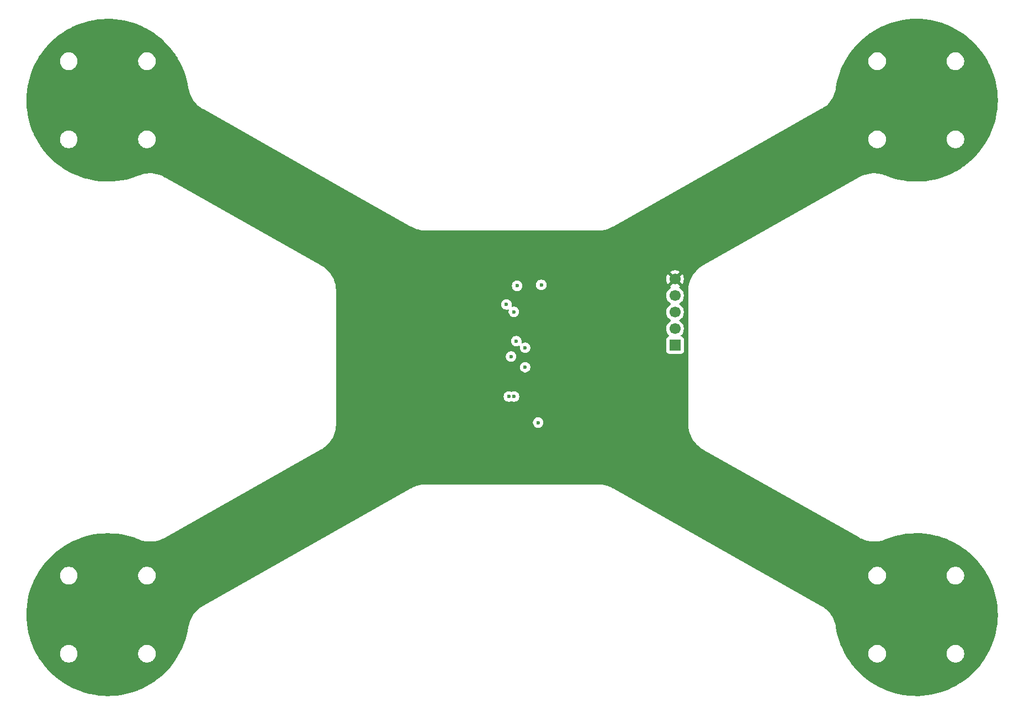
<source format=gbr>
%TF.GenerationSoftware,KiCad,Pcbnew,9.0.6*%
%TF.CreationDate,2025-12-28T22:24:58-08:00*%
%TF.ProjectId,neodrone-v1,6e656f64-726f-46e6-952d-76312e6b6963,rev?*%
%TF.SameCoordinates,Original*%
%TF.FileFunction,Copper,L2,Inr*%
%TF.FilePolarity,Positive*%
%FSLAX46Y46*%
G04 Gerber Fmt 4.6, Leading zero omitted, Abs format (unit mm)*
G04 Created by KiCad (PCBNEW 9.0.6) date 2025-12-28 22:24:58*
%MOMM*%
%LPD*%
G01*
G04 APERTURE LIST*
%TA.AperFunction,ComponentPad*%
%ADD10C,1.700000*%
%TD*%
%TA.AperFunction,ComponentPad*%
%ADD11R,1.700000X1.700000*%
%TD*%
%TA.AperFunction,ViaPad*%
%ADD12C,0.600000*%
%TD*%
G04 APERTURE END LIST*
D10*
%TO.N,GND*%
%TO.C,J1*%
X175500000Y-87960000D03*
%TO.N,+3V3*%
X175500000Y-90500000D03*
%TO.N,Net-(J1-RESET)*%
X175500000Y-93040000D03*
%TO.N,Net-(J1-SWCLK)*%
X175500000Y-95580000D03*
D11*
%TO.N,Net-(J1-SWDIO)*%
X175500000Y-98120000D03*
%TD*%
D12*
%TO.N,IMU_SCK*%
X152500000Y-98500000D03*
%TO.N,IMU_MOSI*%
X150349998Y-99849998D03*
%TO.N,IMU_SCK*%
X150800003Y-106000000D03*
%TO.N,IMU_MOSI*%
X150000000Y-106000000D03*
%TO.N,+3V3*%
X152500000Y-101500000D03*
X151152290Y-97482060D03*
X154500000Y-110000000D03*
%TO.N,GND*%
X154275000Y-92862500D03*
X150000000Y-89000000D03*
X159000000Y-110703125D03*
X151500000Y-117214047D03*
%TO.N,+3V3*%
X150775000Y-93000000D03*
%TO.N,GND*%
X152775000Y-91000000D03*
%TO.N,+3V3*%
X151275000Y-89000000D03*
X149637500Y-91862500D03*
%TO.N,GND*%
X149275000Y-93000000D03*
X151671083Y-82116356D03*
%TO.N,+3V3*%
X154977812Y-88860278D03*
%TO.N,GND*%
X175500000Y-87960000D03*
%TD*%
%TA.AperFunction,Conductor*%
%TO.N,GND*%
G36*
X212502632Y-48000574D02*
G01*
X213196918Y-48020043D01*
X213203840Y-48020431D01*
X213895169Y-48078709D01*
X213902073Y-48079486D01*
X214589034Y-48176410D01*
X214595882Y-48177573D01*
X215276342Y-48312843D01*
X215283084Y-48314381D01*
X215954912Y-48487573D01*
X215961546Y-48489483D01*
X216622622Y-48700053D01*
X216629164Y-48702341D01*
X217277366Y-48949612D01*
X217283765Y-48952260D01*
X217917125Y-49235480D01*
X217923369Y-49238485D01*
X218539820Y-49556730D01*
X218545901Y-49560088D01*
X219132073Y-49905612D01*
X219143576Y-49912392D01*
X219149462Y-49916089D01*
X219726428Y-50301312D01*
X219732081Y-50305319D01*
X220286575Y-50722285D01*
X220292007Y-50726613D01*
X220557137Y-50950306D01*
X220822262Y-51173995D01*
X220827447Y-51178625D01*
X220881177Y-51229376D01*
X221141353Y-51475130D01*
X221331780Y-51655000D01*
X221336692Y-51659907D01*
X221589263Y-51926801D01*
X221813561Y-52163819D01*
X221818195Y-52169000D01*
X221861458Y-52220180D01*
X222266061Y-52698825D01*
X222270381Y-52704235D01*
X222413937Y-52894769D01*
X222687864Y-53258338D01*
X222691890Y-53264005D01*
X223077661Y-53840622D01*
X223081363Y-53846506D01*
X223434216Y-54443835D01*
X223437581Y-54449915D01*
X223627132Y-54816243D01*
X223756404Y-55066073D01*
X223759407Y-55072298D01*
X224043221Y-55705397D01*
X224045878Y-55711800D01*
X224293751Y-56359764D01*
X224296052Y-56366323D01*
X224507233Y-57027179D01*
X224509162Y-57033858D01*
X224682966Y-57705466D01*
X224684519Y-57712241D01*
X224820423Y-58392570D01*
X224821593Y-58399423D01*
X224919158Y-59086289D01*
X224919942Y-59093195D01*
X224978864Y-59784444D01*
X224979260Y-59791385D01*
X224999354Y-60484859D01*
X224999360Y-60491810D01*
X224980562Y-61185302D01*
X224980179Y-61192243D01*
X224922549Y-61883599D01*
X224921778Y-61890507D01*
X224825496Y-62577553D01*
X224824339Y-62584408D01*
X224689706Y-63264987D01*
X224688166Y-63271765D01*
X224515613Y-63943712D01*
X224513696Y-63950394D01*
X224303758Y-64611618D01*
X224301470Y-64618182D01*
X224054802Y-65266624D01*
X224052149Y-65273049D01*
X223769539Y-65906630D01*
X223766530Y-65912897D01*
X223448867Y-66529634D01*
X223445513Y-66535722D01*
X223093769Y-67133724D01*
X223090078Y-67139614D01*
X222705388Y-67716946D01*
X222701372Y-67722621D01*
X222284942Y-68277480D01*
X222280616Y-68282920D01*
X221833738Y-68813582D01*
X221829113Y-68818772D01*
X221353192Y-69323568D01*
X221348283Y-69328490D01*
X220844841Y-69805806D01*
X220839665Y-69810446D01*
X220310251Y-70258813D01*
X220304822Y-70263154D01*
X219751142Y-70681130D01*
X219745479Y-70685162D01*
X219169210Y-71071479D01*
X219163330Y-71075186D01*
X218566336Y-71428593D01*
X218560257Y-71431965D01*
X217944398Y-71751362D01*
X217938140Y-71754388D01*
X217305354Y-72038771D01*
X217298936Y-72041442D01*
X216651188Y-72289926D01*
X216644631Y-72292232D01*
X215984004Y-72504020D01*
X215977327Y-72505956D01*
X215305865Y-72680392D01*
X215299091Y-72681951D01*
X214618885Y-72818491D01*
X214612034Y-72819667D01*
X213925275Y-72917872D01*
X213918369Y-72918663D01*
X213227178Y-72978229D01*
X213220238Y-72978632D01*
X212526782Y-72999374D01*
X212519831Y-72999387D01*
X211826302Y-72981236D01*
X211819361Y-72980859D01*
X211127954Y-72923875D01*
X211121045Y-72923110D01*
X210433914Y-72827470D01*
X210427058Y-72826319D01*
X209746367Y-72692325D01*
X209739587Y-72690792D01*
X209067461Y-72518861D01*
X209060787Y-72516952D01*
X208399361Y-72307631D01*
X208392796Y-72305349D01*
X207743674Y-72059116D01*
X207740420Y-72057829D01*
X207569610Y-71987460D01*
X207216576Y-71875031D01*
X207021827Y-71830246D01*
X206855497Y-71791996D01*
X206488816Y-71738917D01*
X206488812Y-71738916D01*
X206265132Y-71725148D01*
X206119014Y-71716154D01*
X206119008Y-71716154D01*
X206119006Y-71716154D01*
X205748600Y-71723858D01*
X205748597Y-71723858D01*
X205524258Y-71747064D01*
X205380056Y-71761981D01*
X205380051Y-71761981D01*
X205380041Y-71761983D01*
X205015915Y-71830258D01*
X205015902Y-71830261D01*
X204658574Y-71928243D01*
X204310550Y-72055245D01*
X203974107Y-72210433D01*
X203974087Y-72210444D01*
X203815513Y-72300116D01*
X203815491Y-72300129D01*
X179842815Y-85849903D01*
X179842814Y-85849904D01*
X179842807Y-85849908D01*
X179829007Y-85857707D01*
X179828981Y-85857712D01*
X179828984Y-85857717D01*
X179612867Y-85979805D01*
X179612848Y-85979817D01*
X179286231Y-86204463D01*
X179286227Y-86204466D01*
X178980603Y-86456975D01*
X178980602Y-86456975D01*
X178698375Y-86735358D01*
X178441704Y-87037490D01*
X178441703Y-87037491D01*
X178212597Y-87361004D01*
X178012808Y-87703424D01*
X177843905Y-88062065D01*
X177843895Y-88062089D01*
X177707175Y-88434195D01*
X177603699Y-88816873D01*
X177603699Y-88816875D01*
X177534265Y-89207173D01*
X177534263Y-89207194D01*
X177531416Y-89239450D01*
X177499413Y-89602078D01*
X177499412Y-89602088D01*
X177499411Y-89602099D01*
X177499458Y-89800289D01*
X177499458Y-110265602D01*
X177499427Y-110397909D01*
X177499427Y-110397918D01*
X177534281Y-110792823D01*
X177603717Y-111183133D01*
X177707192Y-111565804D01*
X177843911Y-111937908D01*
X177843921Y-111937932D01*
X178012821Y-112296566D01*
X178212612Y-112638989D01*
X178441717Y-112962500D01*
X178441718Y-112962501D01*
X178698388Y-113264631D01*
X178980613Y-113543013D01*
X178980617Y-113543016D01*
X178980621Y-113543020D01*
X179286237Y-113795521D01*
X179612868Y-114020177D01*
X179612890Y-114020189D01*
X179612891Y-114020190D01*
X179785450Y-114117673D01*
X179785448Y-114117675D01*
X179785470Y-114117683D01*
X179842812Y-114150095D01*
X179842815Y-114150095D01*
X179856776Y-114157986D01*
X203755488Y-127665955D01*
X203755487Y-127665955D01*
X203755490Y-127665956D01*
X203812792Y-127698346D01*
X203812793Y-127698346D01*
X203877380Y-127734851D01*
X203877668Y-127734989D01*
X203974121Y-127789533D01*
X203974125Y-127789535D01*
X203974131Y-127789538D01*
X204086133Y-127841200D01*
X204310554Y-127944717D01*
X204310560Y-127944719D01*
X204310564Y-127944721D01*
X204658590Y-128071723D01*
X204658598Y-128071725D01*
X204658603Y-128071727D01*
X205015912Y-128169704D01*
X205015920Y-128169705D01*
X205015922Y-128169706D01*
X205015965Y-128169714D01*
X205380065Y-128237984D01*
X205748597Y-128276105D01*
X206119016Y-128283810D01*
X206488815Y-128261047D01*
X206855492Y-128207968D01*
X206855502Y-128207965D01*
X206855506Y-128207965D01*
X206935584Y-128189549D01*
X207216566Y-128124935D01*
X207569595Y-128012507D01*
X207739350Y-127942572D01*
X207742467Y-127941338D01*
X208374355Y-127701075D01*
X208380731Y-127698848D01*
X209023206Y-127493858D01*
X209029682Y-127491986D01*
X209682345Y-127322303D01*
X209688874Y-127320794D01*
X210349887Y-127186898D01*
X210356470Y-127185751D01*
X211023778Y-127088064D01*
X211030375Y-127087280D01*
X211702058Y-127026082D01*
X211708729Y-127025658D01*
X212382658Y-127001140D01*
X212389403Y-127001079D01*
X213063696Y-127013308D01*
X213070383Y-127013612D01*
X213743011Y-127062553D01*
X213749673Y-127063220D01*
X214418635Y-127148726D01*
X214425263Y-127149758D01*
X215014019Y-127257885D01*
X215088540Y-127271571D01*
X215095150Y-127272972D01*
X215122929Y-127279656D01*
X215750818Y-127430734D01*
X215757283Y-127432477D01*
X216315308Y-127599378D01*
X216403391Y-127625723D01*
X216409807Y-127627834D01*
X217044392Y-127855973D01*
X217050672Y-127858425D01*
X217671891Y-128120793D01*
X217678038Y-128123588D01*
X217772515Y-128169706D01*
X218284066Y-128419415D01*
X218290055Y-128422544D01*
X218879035Y-128750924D01*
X218884844Y-128754374D01*
X219455073Y-129114354D01*
X219460675Y-129118107D01*
X219614668Y-129227489D01*
X220010469Y-129508629D01*
X220015855Y-129512680D01*
X220543568Y-129932574D01*
X220548712Y-129936902D01*
X221052756Y-130384908D01*
X221057682Y-130389533D01*
X221297120Y-130626921D01*
X221536568Y-130864320D01*
X221541215Y-130869186D01*
X221993547Y-131369375D01*
X221997915Y-131374478D01*
X222279765Y-131722519D01*
X222422331Y-131898566D01*
X222426438Y-131903931D01*
X222821644Y-132450315D01*
X222825453Y-132455896D01*
X223190331Y-133023026D01*
X223193831Y-133028806D01*
X223527214Y-133614863D01*
X223530415Y-133620866D01*
X223835355Y-134232750D01*
X223838239Y-134238962D01*
X224108887Y-134866653D01*
X224111424Y-134873015D01*
X224347002Y-135514692D01*
X224349184Y-135521184D01*
X224548976Y-136174900D01*
X224550796Y-136181503D01*
X224714187Y-136845241D01*
X224715640Y-136851934D01*
X224842136Y-137523693D01*
X224843217Y-137530457D01*
X224932427Y-138208165D01*
X224933133Y-138214977D01*
X224984789Y-138896580D01*
X224985118Y-138903422D01*
X224999061Y-139586833D01*
X224999012Y-139593681D01*
X224975200Y-140276843D01*
X224974772Y-140283679D01*
X224913278Y-140964452D01*
X224912474Y-140971254D01*
X224813482Y-141647620D01*
X224812303Y-141654367D01*
X224676122Y-142324209D01*
X224674573Y-142330881D01*
X224501607Y-142992214D01*
X224499691Y-142998790D01*
X224290486Y-143649528D01*
X224288211Y-143655988D01*
X224043382Y-144294217D01*
X224040753Y-144300541D01*
X223761068Y-144924254D01*
X223758094Y-144930424D01*
X223444394Y-145537751D01*
X223441084Y-145543747D01*
X223094335Y-146132819D01*
X223090699Y-146138624D01*
X222711940Y-146707672D01*
X222707989Y-146713266D01*
X222298401Y-147260518D01*
X222294147Y-147265886D01*
X221854964Y-147789691D01*
X221850420Y-147794816D01*
X221382984Y-148293575D01*
X221378164Y-148298441D01*
X220883912Y-148770621D01*
X220878831Y-148775214D01*
X220359248Y-149219396D01*
X220353921Y-149223701D01*
X219810613Y-149638512D01*
X219805063Y-149642512D01*
X219239673Y-150026698D01*
X219233903Y-150030389D01*
X218648168Y-150382767D01*
X218642204Y-150386134D01*
X218037912Y-150705631D01*
X218031771Y-150708664D01*
X217410752Y-150994312D01*
X217404453Y-150997001D01*
X216768628Y-151247917D01*
X216762190Y-151250255D01*
X216113451Y-151465691D01*
X216106894Y-151467669D01*
X215447262Y-151646954D01*
X215440605Y-151648567D01*
X214772087Y-151791156D01*
X214765352Y-151792399D01*
X214089990Y-151897858D01*
X214083196Y-151898728D01*
X213403018Y-151966739D01*
X213396187Y-151967232D01*
X212713300Y-151997582D01*
X212706452Y-151997697D01*
X212022921Y-151990297D01*
X212016077Y-151990033D01*
X211334036Y-151944907D01*
X211327216Y-151944267D01*
X210648654Y-151861543D01*
X210641881Y-151860526D01*
X209968973Y-151740474D01*
X209962270Y-151739086D01*
X209807766Y-151702618D01*
X209296973Y-151582051D01*
X209290353Y-151580294D01*
X208634759Y-151386770D01*
X208628246Y-151384650D01*
X207984344Y-151155226D01*
X207977958Y-151152750D01*
X207347694Y-150888119D01*
X207341455Y-150885294D01*
X206726775Y-150586272D01*
X206720701Y-150583107D01*
X206123459Y-150250597D01*
X206117569Y-150247101D01*
X205539613Y-149882131D01*
X205533925Y-149878316D01*
X204976976Y-149481974D01*
X204971508Y-149477850D01*
X204547010Y-149138954D01*
X204437303Y-149051370D01*
X204432089Y-149046966D01*
X203922239Y-148591634D01*
X203917286Y-148586959D01*
X203433330Y-148104146D01*
X203428630Y-148099190D01*
X202972106Y-147590432D01*
X202967674Y-147585210D01*
X202539931Y-147052014D01*
X202535795Y-147046556D01*
X202138148Y-146490561D01*
X202134319Y-146484882D01*
X201958441Y-146207820D01*
X201767967Y-145907764D01*
X201764481Y-145901922D01*
X201479963Y-145393713D01*
X205149500Y-145393713D01*
X205149500Y-145606287D01*
X205182754Y-145816243D01*
X205231664Y-145966773D01*
X205248444Y-146018414D01*
X205344951Y-146207820D01*
X205469890Y-146379786D01*
X205620213Y-146530109D01*
X205792179Y-146655048D01*
X205792181Y-146655049D01*
X205792184Y-146655051D01*
X205981588Y-146751557D01*
X206183757Y-146817246D01*
X206393713Y-146850500D01*
X206393714Y-146850500D01*
X206606286Y-146850500D01*
X206606287Y-146850500D01*
X206816243Y-146817246D01*
X207018412Y-146751557D01*
X207207816Y-146655051D01*
X207294563Y-146592026D01*
X207379786Y-146530109D01*
X207379788Y-146530106D01*
X207379792Y-146530104D01*
X207530104Y-146379792D01*
X207530106Y-146379788D01*
X207530109Y-146379786D01*
X207655048Y-146207820D01*
X207655047Y-146207820D01*
X207655051Y-146207816D01*
X207751557Y-146018412D01*
X207817246Y-145816243D01*
X207850500Y-145606287D01*
X207850500Y-145393713D01*
X217149500Y-145393713D01*
X217149500Y-145606287D01*
X217182754Y-145816243D01*
X217231664Y-145966773D01*
X217248444Y-146018414D01*
X217344951Y-146207820D01*
X217469890Y-146379786D01*
X217620213Y-146530109D01*
X217792179Y-146655048D01*
X217792181Y-146655049D01*
X217792184Y-146655051D01*
X217981588Y-146751557D01*
X218183757Y-146817246D01*
X218393713Y-146850500D01*
X218393714Y-146850500D01*
X218606286Y-146850500D01*
X218606287Y-146850500D01*
X218816243Y-146817246D01*
X219018412Y-146751557D01*
X219207816Y-146655051D01*
X219294563Y-146592026D01*
X219379786Y-146530109D01*
X219379788Y-146530106D01*
X219379792Y-146530104D01*
X219530104Y-146379792D01*
X219530106Y-146379788D01*
X219530109Y-146379786D01*
X219655048Y-146207820D01*
X219655047Y-146207820D01*
X219655051Y-146207816D01*
X219751557Y-146018412D01*
X219817246Y-145816243D01*
X219850500Y-145606287D01*
X219850500Y-145393713D01*
X219817246Y-145183757D01*
X219751557Y-144981588D01*
X219655051Y-144792184D01*
X219655049Y-144792181D01*
X219655048Y-144792179D01*
X219530109Y-144620213D01*
X219379786Y-144469890D01*
X219207820Y-144344951D01*
X219018414Y-144248444D01*
X219018413Y-144248443D01*
X219018412Y-144248443D01*
X218816243Y-144182754D01*
X218816241Y-144182753D01*
X218816240Y-144182753D01*
X218654957Y-144157208D01*
X218606287Y-144149500D01*
X218393713Y-144149500D01*
X218345042Y-144157208D01*
X218183760Y-144182753D01*
X217981585Y-144248444D01*
X217792179Y-144344951D01*
X217620213Y-144469890D01*
X217469890Y-144620213D01*
X217344951Y-144792179D01*
X217248444Y-144981585D01*
X217182753Y-145183760D01*
X217149500Y-145393713D01*
X207850500Y-145393713D01*
X207817246Y-145183757D01*
X207751557Y-144981588D01*
X207655051Y-144792184D01*
X207655049Y-144792181D01*
X207655048Y-144792179D01*
X207530109Y-144620213D01*
X207379786Y-144469890D01*
X207207820Y-144344951D01*
X207018414Y-144248444D01*
X207018413Y-144248443D01*
X207018412Y-144248443D01*
X206816243Y-144182754D01*
X206816241Y-144182753D01*
X206816240Y-144182753D01*
X206654957Y-144157208D01*
X206606287Y-144149500D01*
X206393713Y-144149500D01*
X206345042Y-144157208D01*
X206183760Y-144182753D01*
X205981585Y-144248444D01*
X205792179Y-144344951D01*
X205620213Y-144469890D01*
X205469890Y-144620213D01*
X205344951Y-144792179D01*
X205248444Y-144981585D01*
X205182753Y-145183760D01*
X205149500Y-145393713D01*
X201479963Y-145393713D01*
X201430539Y-145305432D01*
X201427364Y-145299372D01*
X201126894Y-144685408D01*
X201124058Y-144679185D01*
X201035600Y-144469896D01*
X200857931Y-144049534D01*
X200855443Y-144043161D01*
X200841105Y-144003220D01*
X200624492Y-143399790D01*
X200622360Y-143393290D01*
X200427285Y-142738154D01*
X200425516Y-142731550D01*
X200422588Y-142719277D01*
X200266911Y-142066637D01*
X200265508Y-142059942D01*
X200265284Y-142058701D01*
X200143525Y-141385445D01*
X200142977Y-141382151D01*
X200141434Y-141372035D01*
X200141434Y-141372032D01*
X200141433Y-141372023D01*
X200141435Y-141372022D01*
X200141429Y-141372001D01*
X200115361Y-141200782D01*
X200115361Y-141200781D01*
X200029609Y-140840340D01*
X199928418Y-140530686D01*
X199914529Y-140488183D01*
X199914522Y-140488165D01*
X199908878Y-140474745D01*
X199770885Y-140146645D01*
X199770885Y-140146644D01*
X199770884Y-140146642D01*
X199599661Y-139818079D01*
X199402016Y-139504699D01*
X199179283Y-139208622D01*
X199179280Y-139208618D01*
X198932972Y-138931854D01*
X198664759Y-138676276D01*
X198664755Y-138676272D01*
X198664745Y-138676263D01*
X198620388Y-138640466D01*
X198376419Y-138443579D01*
X198069962Y-138235392D01*
X198069960Y-138235390D01*
X198069950Y-138235384D01*
X197908659Y-138144263D01*
X197851296Y-138111840D01*
X197846091Y-138108898D01*
X197846089Y-138108897D01*
X189686209Y-133496791D01*
X189503840Y-133393713D01*
X205149500Y-133393713D01*
X205149500Y-133606287D01*
X205151809Y-133620866D01*
X205182753Y-133816239D01*
X205248444Y-134018414D01*
X205344951Y-134207820D01*
X205469890Y-134379786D01*
X205620213Y-134530109D01*
X205792179Y-134655048D01*
X205792181Y-134655049D01*
X205792184Y-134655051D01*
X205981588Y-134751557D01*
X206183757Y-134817246D01*
X206393713Y-134850500D01*
X206393714Y-134850500D01*
X206606286Y-134850500D01*
X206606287Y-134850500D01*
X206816243Y-134817246D01*
X207018412Y-134751557D01*
X207207816Y-134655051D01*
X207229789Y-134639086D01*
X207379786Y-134530109D01*
X207379788Y-134530106D01*
X207379792Y-134530104D01*
X207530104Y-134379792D01*
X207530106Y-134379788D01*
X207530109Y-134379786D01*
X207655048Y-134207820D01*
X207655047Y-134207820D01*
X207655051Y-134207816D01*
X207751557Y-134018412D01*
X207817246Y-133816243D01*
X207850500Y-133606287D01*
X207850500Y-133393713D01*
X217149500Y-133393713D01*
X217149500Y-133606287D01*
X217151809Y-133620866D01*
X217182753Y-133816239D01*
X217248444Y-134018414D01*
X217344951Y-134207820D01*
X217469890Y-134379786D01*
X217620213Y-134530109D01*
X217792179Y-134655048D01*
X217792181Y-134655049D01*
X217792184Y-134655051D01*
X217981588Y-134751557D01*
X218183757Y-134817246D01*
X218393713Y-134850500D01*
X218393714Y-134850500D01*
X218606286Y-134850500D01*
X218606287Y-134850500D01*
X218816243Y-134817246D01*
X219018412Y-134751557D01*
X219207816Y-134655051D01*
X219229789Y-134639086D01*
X219379786Y-134530109D01*
X219379788Y-134530106D01*
X219379792Y-134530104D01*
X219530104Y-134379792D01*
X219530106Y-134379788D01*
X219530109Y-134379786D01*
X219655048Y-134207820D01*
X219655047Y-134207820D01*
X219655051Y-134207816D01*
X219751557Y-134018412D01*
X219817246Y-133816243D01*
X219850500Y-133606287D01*
X219850500Y-133393713D01*
X219817246Y-133183757D01*
X219751557Y-132981588D01*
X219655051Y-132792184D01*
X219655049Y-132792181D01*
X219655048Y-132792179D01*
X219530109Y-132620213D01*
X219379786Y-132469890D01*
X219207820Y-132344951D01*
X219018414Y-132248444D01*
X219018413Y-132248443D01*
X219018412Y-132248443D01*
X218816243Y-132182754D01*
X218816241Y-132182753D01*
X218816240Y-132182753D01*
X218654957Y-132157208D01*
X218606287Y-132149500D01*
X218393713Y-132149500D01*
X218345042Y-132157208D01*
X218183760Y-132182753D01*
X217981585Y-132248444D01*
X217792179Y-132344951D01*
X217620213Y-132469890D01*
X217469890Y-132620213D01*
X217344951Y-132792179D01*
X217248444Y-132981585D01*
X217182753Y-133183760D01*
X217160229Y-133325973D01*
X217149500Y-133393713D01*
X207850500Y-133393713D01*
X207817246Y-133183757D01*
X207751557Y-132981588D01*
X207655051Y-132792184D01*
X207655049Y-132792181D01*
X207655048Y-132792179D01*
X207530109Y-132620213D01*
X207379786Y-132469890D01*
X207207820Y-132344951D01*
X207018414Y-132248444D01*
X207018413Y-132248443D01*
X207018412Y-132248443D01*
X206816243Y-132182754D01*
X206816241Y-132182753D01*
X206816240Y-132182753D01*
X206654957Y-132157208D01*
X206606287Y-132149500D01*
X206393713Y-132149500D01*
X206345042Y-132157208D01*
X206183760Y-132182753D01*
X205981585Y-132248444D01*
X205792179Y-132344951D01*
X205620213Y-132469890D01*
X205469890Y-132620213D01*
X205344951Y-132792179D01*
X205248444Y-132981585D01*
X205182753Y-133183760D01*
X205160229Y-133325973D01*
X205149500Y-133393713D01*
X189503840Y-133393713D01*
X166009764Y-120114453D01*
X166009764Y-120114452D01*
X166009762Y-120114452D01*
X165952401Y-120082030D01*
X165952384Y-120082021D01*
X165949791Y-120080555D01*
X165784347Y-119987007D01*
X165784340Y-119987003D01*
X165433173Y-119826499D01*
X165433169Y-119826497D01*
X165069548Y-119696655D01*
X165069523Y-119696648D01*
X164696132Y-119598426D01*
X164696111Y-119598421D01*
X164315675Y-119532535D01*
X164315646Y-119532531D01*
X163930974Y-119499468D01*
X163930962Y-119499468D01*
X163752752Y-119499497D01*
X163737901Y-119499500D01*
X137215214Y-119499500D01*
X137068956Y-119499475D01*
X137068955Y-119499475D01*
X137068940Y-119499475D01*
X136684272Y-119532537D01*
X136684239Y-119532542D01*
X136303810Y-119598425D01*
X136303786Y-119598430D01*
X135930394Y-119696651D01*
X135930390Y-119696652D01*
X135930383Y-119696654D01*
X135930381Y-119696655D01*
X135857790Y-119722575D01*
X135566740Y-119826501D01*
X135215572Y-119987005D01*
X135215569Y-119987007D01*
X135050130Y-120080551D01*
X135050124Y-120080555D01*
X135047515Y-120082030D01*
X135047505Y-120082035D01*
X134990153Y-120114452D01*
X134990152Y-120114453D01*
X103153827Y-138108897D01*
X103149982Y-138111070D01*
X103149981Y-138111070D01*
X103135949Y-138119001D01*
X103135838Y-138119026D01*
X102978064Y-138208165D01*
X102929939Y-138235354D01*
X102823271Y-138307820D01*
X102623463Y-138443561D01*
X102335157Y-138676236D01*
X102335143Y-138676249D01*
X102066920Y-138931845D01*
X101820616Y-139208613D01*
X101597882Y-139504697D01*
X101400251Y-139818061D01*
X101400247Y-139818068D01*
X101229032Y-140146624D01*
X101229022Y-140146644D01*
X101085393Y-140488153D01*
X101085381Y-140488183D01*
X100970304Y-140840337D01*
X100970303Y-140840341D01*
X100884554Y-141200775D01*
X100884553Y-141200778D01*
X100857230Y-141380240D01*
X100857226Y-141380268D01*
X100856925Y-141382242D01*
X100856370Y-141385578D01*
X100736055Y-142052075D01*
X100734671Y-142058701D01*
X100578558Y-142715991D01*
X100576814Y-142722532D01*
X100385073Y-143370295D01*
X100382976Y-143376731D01*
X100156158Y-144013109D01*
X100153712Y-144019421D01*
X99892519Y-144642443D01*
X99889732Y-144648612D01*
X99594923Y-145256467D01*
X99591804Y-145262474D01*
X99264273Y-145853320D01*
X99260831Y-145859149D01*
X98901537Y-146431257D01*
X98897782Y-146436889D01*
X98507799Y-146988543D01*
X98503742Y-146993961D01*
X98084252Y-147523493D01*
X98079905Y-147528683D01*
X97632134Y-148034547D01*
X97627511Y-148039491D01*
X97152801Y-148520169D01*
X97147915Y-148524853D01*
X96647706Y-148978889D01*
X96642572Y-148983301D01*
X96118290Y-149409398D01*
X96112922Y-149413522D01*
X95566193Y-149810357D01*
X95560608Y-149814182D01*
X94993047Y-150180586D01*
X94987262Y-150184101D01*
X94400544Y-150518994D01*
X94394576Y-150522188D01*
X93790450Y-150824567D01*
X93784317Y-150827430D01*
X93164600Y-151096390D01*
X93158319Y-151098915D01*
X93013040Y-151152750D01*
X92622004Y-151297653D01*
X92524851Y-151333654D01*
X92518441Y-151335832D01*
X91873075Y-151535664D01*
X91866557Y-151537488D01*
X91211304Y-151701792D01*
X91204696Y-151703259D01*
X90541418Y-151831568D01*
X90534739Y-151832672D01*
X89865438Y-151924596D01*
X89858710Y-151925333D01*
X89185430Y-151980595D01*
X89178671Y-151980965D01*
X88503327Y-151999405D01*
X88496466Y-151999402D01*
X87803006Y-151979956D01*
X87796066Y-151979567D01*
X87104749Y-151921290D01*
X87097841Y-151920512D01*
X86410884Y-151823588D01*
X86404031Y-151822424D01*
X85723591Y-151687159D01*
X85716814Y-151685613D01*
X85045027Y-151512432D01*
X85038347Y-151510509D01*
X84377304Y-151299948D01*
X84370742Y-151297653D01*
X83722563Y-151050391D01*
X83716140Y-151047733D01*
X83082801Y-150764523D01*
X83076537Y-150761508D01*
X82460097Y-150443268D01*
X82454012Y-150439908D01*
X81856341Y-150087606D01*
X81850455Y-150083909D01*
X81273489Y-149698686D01*
X81267845Y-149694686D01*
X80713325Y-149277698D01*
X80707906Y-149273380D01*
X80643922Y-149219396D01*
X80177644Y-148825993D01*
X80172480Y-148821382D01*
X79668131Y-148344992D01*
X79663219Y-148340085D01*
X79621568Y-148296072D01*
X79186357Y-147836178D01*
X79181723Y-147830997D01*
X78904220Y-147502713D01*
X78733852Y-147301168D01*
X78729539Y-147295766D01*
X78369004Y-146817246D01*
X78312054Y-146741659D01*
X78308028Y-146735992D01*
X77922257Y-146159375D01*
X77918555Y-146153491D01*
X77906344Y-146132819D01*
X77565694Y-145556150D01*
X77562344Y-145550095D01*
X77481426Y-145393713D01*
X81149500Y-145393713D01*
X81149500Y-145606287D01*
X81182754Y-145816243D01*
X81231664Y-145966773D01*
X81248444Y-146018414D01*
X81344951Y-146207820D01*
X81469890Y-146379786D01*
X81620213Y-146530109D01*
X81792179Y-146655048D01*
X81792181Y-146655049D01*
X81792184Y-146655051D01*
X81981588Y-146751557D01*
X82183757Y-146817246D01*
X82393713Y-146850500D01*
X82393714Y-146850500D01*
X82606286Y-146850500D01*
X82606287Y-146850500D01*
X82816243Y-146817246D01*
X83018412Y-146751557D01*
X83207816Y-146655051D01*
X83294563Y-146592026D01*
X83379786Y-146530109D01*
X83379788Y-146530106D01*
X83379792Y-146530104D01*
X83530104Y-146379792D01*
X83530106Y-146379788D01*
X83530109Y-146379786D01*
X83655048Y-146207820D01*
X83655047Y-146207820D01*
X83655051Y-146207816D01*
X83751557Y-146018412D01*
X83817246Y-145816243D01*
X83850500Y-145606287D01*
X83850500Y-145393713D01*
X93149500Y-145393713D01*
X93149500Y-145606287D01*
X93182754Y-145816243D01*
X93231664Y-145966773D01*
X93248444Y-146018414D01*
X93344951Y-146207820D01*
X93469890Y-146379786D01*
X93620213Y-146530109D01*
X93792179Y-146655048D01*
X93792181Y-146655049D01*
X93792184Y-146655051D01*
X93981588Y-146751557D01*
X94183757Y-146817246D01*
X94393713Y-146850500D01*
X94393714Y-146850500D01*
X94606286Y-146850500D01*
X94606287Y-146850500D01*
X94816243Y-146817246D01*
X95018412Y-146751557D01*
X95207816Y-146655051D01*
X95294563Y-146592026D01*
X95379786Y-146530109D01*
X95379788Y-146530106D01*
X95379792Y-146530104D01*
X95530104Y-146379792D01*
X95530106Y-146379788D01*
X95530109Y-146379786D01*
X95655048Y-146207820D01*
X95655047Y-146207820D01*
X95655051Y-146207816D01*
X95751557Y-146018412D01*
X95817246Y-145816243D01*
X95850500Y-145606287D01*
X95850500Y-145393713D01*
X95817246Y-145183757D01*
X95751557Y-144981588D01*
X95655051Y-144792184D01*
X95655049Y-144792181D01*
X95655048Y-144792179D01*
X95530109Y-144620213D01*
X95379786Y-144469890D01*
X95207820Y-144344951D01*
X95018414Y-144248444D01*
X95018413Y-144248443D01*
X95018412Y-144248443D01*
X94816243Y-144182754D01*
X94816241Y-144182753D01*
X94816240Y-144182753D01*
X94654957Y-144157208D01*
X94606287Y-144149500D01*
X94393713Y-144149500D01*
X94345042Y-144157208D01*
X94183760Y-144182753D01*
X93981585Y-144248444D01*
X93792179Y-144344951D01*
X93620213Y-144469890D01*
X93469890Y-144620213D01*
X93344951Y-144792179D01*
X93248444Y-144981585D01*
X93182753Y-145183760D01*
X93149500Y-145393713D01*
X83850500Y-145393713D01*
X83817246Y-145183757D01*
X83751557Y-144981588D01*
X83655051Y-144792184D01*
X83655049Y-144792181D01*
X83655048Y-144792179D01*
X83530109Y-144620213D01*
X83379786Y-144469890D01*
X83207820Y-144344951D01*
X83018414Y-144248444D01*
X83018413Y-144248443D01*
X83018412Y-144248443D01*
X82816243Y-144182754D01*
X82816241Y-144182753D01*
X82816240Y-144182753D01*
X82654957Y-144157208D01*
X82606287Y-144149500D01*
X82393713Y-144149500D01*
X82345042Y-144157208D01*
X82183760Y-144182753D01*
X81981585Y-144248444D01*
X81792179Y-144344951D01*
X81620213Y-144469890D01*
X81469890Y-144620213D01*
X81344951Y-144792179D01*
X81248444Y-144981585D01*
X81182753Y-145183760D01*
X81149500Y-145393713D01*
X77481426Y-145393713D01*
X77243504Y-144933902D01*
X77240519Y-144927715D01*
X76956691Y-144294584D01*
X76954041Y-144288198D01*
X76938833Y-144248444D01*
X76706166Y-143640228D01*
X76703867Y-143633675D01*
X76628101Y-143396577D01*
X76492680Y-142972800D01*
X76490762Y-142966157D01*
X76316954Y-142294535D01*
X76315401Y-142287760D01*
X76269891Y-142059942D01*
X76179493Y-141607417D01*
X76178325Y-141600571D01*
X76168981Y-141534785D01*
X76080759Y-140913696D01*
X76079977Y-140906803D01*
X76074311Y-140840337D01*
X76021054Y-140215547D01*
X76020659Y-140208614D01*
X76000564Y-139515124D01*
X76000559Y-139508189D01*
X76002921Y-139421068D01*
X76019358Y-138814669D01*
X76019738Y-138807781D01*
X76077372Y-138116373D01*
X76078137Y-138109520D01*
X76174428Y-137422413D01*
X76175573Y-137415631D01*
X76310217Y-136734990D01*
X76311753Y-136728234D01*
X76484314Y-136056258D01*
X76486214Y-136049633D01*
X76696167Y-135388362D01*
X76698441Y-135381837D01*
X76945126Y-134733353D01*
X76947760Y-134726974D01*
X77230381Y-134093365D01*
X77233389Y-134087102D01*
X77268769Y-134018412D01*
X77551073Y-133470324D01*
X77554383Y-133464317D01*
X77595912Y-133393713D01*
X81149500Y-133393713D01*
X81149500Y-133606287D01*
X81151809Y-133620866D01*
X81182753Y-133816239D01*
X81248444Y-134018414D01*
X81344951Y-134207820D01*
X81469890Y-134379786D01*
X81620213Y-134530109D01*
X81792179Y-134655048D01*
X81792181Y-134655049D01*
X81792184Y-134655051D01*
X81981588Y-134751557D01*
X82183757Y-134817246D01*
X82393713Y-134850500D01*
X82393714Y-134850500D01*
X82606286Y-134850500D01*
X82606287Y-134850500D01*
X82816243Y-134817246D01*
X83018412Y-134751557D01*
X83207816Y-134655051D01*
X83229789Y-134639086D01*
X83379786Y-134530109D01*
X83379788Y-134530106D01*
X83379792Y-134530104D01*
X83530104Y-134379792D01*
X83530106Y-134379788D01*
X83530109Y-134379786D01*
X83655048Y-134207820D01*
X83655047Y-134207820D01*
X83655051Y-134207816D01*
X83751557Y-134018412D01*
X83817246Y-133816243D01*
X83850500Y-133606287D01*
X83850500Y-133393713D01*
X93149500Y-133393713D01*
X93149500Y-133606287D01*
X93151809Y-133620866D01*
X93182753Y-133816239D01*
X93248444Y-134018414D01*
X93344951Y-134207820D01*
X93469890Y-134379786D01*
X93620213Y-134530109D01*
X93792179Y-134655048D01*
X93792181Y-134655049D01*
X93792184Y-134655051D01*
X93981588Y-134751557D01*
X94183757Y-134817246D01*
X94393713Y-134850500D01*
X94393714Y-134850500D01*
X94606286Y-134850500D01*
X94606287Y-134850500D01*
X94816243Y-134817246D01*
X95018412Y-134751557D01*
X95207816Y-134655051D01*
X95229789Y-134639086D01*
X95379786Y-134530109D01*
X95379788Y-134530106D01*
X95379792Y-134530104D01*
X95530104Y-134379792D01*
X95530106Y-134379788D01*
X95530109Y-134379786D01*
X95655048Y-134207820D01*
X95655047Y-134207820D01*
X95655051Y-134207816D01*
X95751557Y-134018412D01*
X95817246Y-133816243D01*
X95850500Y-133606287D01*
X95850500Y-133393713D01*
X95817246Y-133183757D01*
X95751557Y-132981588D01*
X95655051Y-132792184D01*
X95655049Y-132792181D01*
X95655048Y-132792179D01*
X95530109Y-132620213D01*
X95379786Y-132469890D01*
X95207820Y-132344951D01*
X95018414Y-132248444D01*
X95018413Y-132248443D01*
X95018412Y-132248443D01*
X94816243Y-132182754D01*
X94816241Y-132182753D01*
X94816240Y-132182753D01*
X94654957Y-132157208D01*
X94606287Y-132149500D01*
X94393713Y-132149500D01*
X94345042Y-132157208D01*
X94183760Y-132182753D01*
X93981585Y-132248444D01*
X93792179Y-132344951D01*
X93620213Y-132469890D01*
X93469890Y-132620213D01*
X93344951Y-132792179D01*
X93248444Y-132981585D01*
X93182753Y-133183760D01*
X93160229Y-133325973D01*
X93149500Y-133393713D01*
X83850500Y-133393713D01*
X83817246Y-133183757D01*
X83751557Y-132981588D01*
X83655051Y-132792184D01*
X83655049Y-132792181D01*
X83655048Y-132792179D01*
X83530109Y-132620213D01*
X83379786Y-132469890D01*
X83207820Y-132344951D01*
X83018414Y-132248444D01*
X83018413Y-132248443D01*
X83018412Y-132248443D01*
X82816243Y-132182754D01*
X82816241Y-132182753D01*
X82816240Y-132182753D01*
X82654957Y-132157208D01*
X82606287Y-132149500D01*
X82393713Y-132149500D01*
X82345042Y-132157208D01*
X82183760Y-132182753D01*
X81981585Y-132248444D01*
X81792179Y-132344951D01*
X81620213Y-132469890D01*
X81469890Y-132620213D01*
X81344951Y-132792179D01*
X81248444Y-132981585D01*
X81182753Y-133183760D01*
X81160229Y-133325973D01*
X81149500Y-133393713D01*
X77595912Y-133393713D01*
X77906153Y-132866272D01*
X77909822Y-132860415D01*
X78294542Y-132283037D01*
X78298518Y-132277418D01*
X78715021Y-131722461D01*
X78719274Y-131717114D01*
X79166204Y-131186390D01*
X79170781Y-131181253D01*
X79646749Y-130676408D01*
X79651611Y-130671533D01*
X80155096Y-130194176D01*
X80160212Y-130189589D01*
X80689701Y-129741159D01*
X80695082Y-129736856D01*
X81248791Y-129318858D01*
X81254439Y-129314839D01*
X81830708Y-128928521D01*
X81836561Y-128924829D01*
X82433609Y-128571390D01*
X82439633Y-128568049D01*
X83055533Y-128248631D01*
X83061764Y-128245618D01*
X83694574Y-127961224D01*
X83700972Y-127958562D01*
X84348729Y-127710073D01*
X84355255Y-127707777D01*
X85015933Y-127495973D01*
X85022593Y-127494043D01*
X85694079Y-127319600D01*
X85700806Y-127318052D01*
X86381055Y-127181503D01*
X86387860Y-127180335D01*
X87074673Y-127082123D01*
X87081515Y-127081339D01*
X87772751Y-127021769D01*
X87779666Y-127021367D01*
X88473169Y-127000624D01*
X88480052Y-127000612D01*
X89173622Y-127018763D01*
X89180546Y-127019139D01*
X89871979Y-127076125D01*
X89878853Y-127076887D01*
X90566019Y-127172530D01*
X90572842Y-127173676D01*
X91253568Y-127307677D01*
X91260311Y-127309202D01*
X91932479Y-127481143D01*
X91939115Y-127483041D01*
X92600561Y-127692368D01*
X92607101Y-127694641D01*
X92857353Y-127789570D01*
X93256117Y-127940835D01*
X93259280Y-127942085D01*
X93318776Y-127966541D01*
X93319368Y-127966784D01*
X93319392Y-127966804D01*
X93319436Y-127966813D01*
X93327429Y-127970104D01*
X93327754Y-127970212D01*
X93430325Y-128012472D01*
X93551752Y-128051144D01*
X93783337Y-128124902D01*
X93783371Y-128124911D01*
X93978182Y-128169714D01*
X94144424Y-128207947D01*
X94511101Y-128261032D01*
X94880899Y-128283802D01*
X95251318Y-128276105D01*
X95619851Y-128237990D01*
X95619869Y-128237986D01*
X95619873Y-128237986D01*
X95779982Y-128207968D01*
X95984005Y-128169717D01*
X95984012Y-128169715D01*
X95984017Y-128169714D01*
X96120839Y-128132198D01*
X96341316Y-128071747D01*
X96628885Y-127966813D01*
X96689357Y-127944747D01*
X96689360Y-127944745D01*
X96689367Y-127944743D01*
X96913855Y-127841200D01*
X97025793Y-127789570D01*
X97025795Y-127789568D01*
X97025803Y-127789565D01*
X97182032Y-127701222D01*
X121271827Y-114085251D01*
X121271829Y-114085248D01*
X121279114Y-114081131D01*
X121279221Y-114081059D01*
X121387029Y-114020160D01*
X121713665Y-113795510D01*
X121922279Y-113623157D01*
X122019281Y-113543018D01*
X122019283Y-113543016D01*
X122030833Y-113531623D01*
X122301525Y-113264624D01*
X122558196Y-112962501D01*
X122787312Y-112638982D01*
X122987098Y-112296572D01*
X123156008Y-111937924D01*
X123292733Y-111565815D01*
X123396214Y-111183127D01*
X123465650Y-110792823D01*
X123500504Y-110397925D01*
X123500458Y-110199709D01*
X123500458Y-110133817D01*
X123500458Y-109921153D01*
X153699500Y-109921153D01*
X153699500Y-110078846D01*
X153730261Y-110233489D01*
X153730264Y-110233501D01*
X153790602Y-110379172D01*
X153790609Y-110379185D01*
X153878210Y-110510288D01*
X153878213Y-110510292D01*
X153989707Y-110621786D01*
X153989711Y-110621789D01*
X154120814Y-110709390D01*
X154120827Y-110709397D01*
X154266498Y-110769735D01*
X154266503Y-110769737D01*
X154382599Y-110792830D01*
X154421153Y-110800499D01*
X154421156Y-110800500D01*
X154421158Y-110800500D01*
X154578844Y-110800500D01*
X154578845Y-110800499D01*
X154733497Y-110769737D01*
X154879179Y-110709394D01*
X155010289Y-110621789D01*
X155121789Y-110510289D01*
X155209394Y-110379179D01*
X155269737Y-110233497D01*
X155300500Y-110078842D01*
X155300500Y-109921158D01*
X155300500Y-109921155D01*
X155300499Y-109921153D01*
X155269738Y-109766510D01*
X155269737Y-109766503D01*
X155269735Y-109766498D01*
X155209397Y-109620827D01*
X155209390Y-109620814D01*
X155121789Y-109489711D01*
X155121786Y-109489707D01*
X155010292Y-109378213D01*
X155010288Y-109378210D01*
X154879185Y-109290609D01*
X154879172Y-109290602D01*
X154733501Y-109230264D01*
X154733489Y-109230261D01*
X154578845Y-109199500D01*
X154578842Y-109199500D01*
X154421158Y-109199500D01*
X154421155Y-109199500D01*
X154266510Y-109230261D01*
X154266498Y-109230264D01*
X154120827Y-109290602D01*
X154120814Y-109290609D01*
X153989711Y-109378210D01*
X153989707Y-109378213D01*
X153878213Y-109489707D01*
X153878210Y-109489711D01*
X153790609Y-109620814D01*
X153790602Y-109620827D01*
X153730264Y-109766498D01*
X153730261Y-109766510D01*
X153699500Y-109921153D01*
X123500458Y-109921153D01*
X123500458Y-105921153D01*
X149199500Y-105921153D01*
X149199500Y-106078846D01*
X149230261Y-106233489D01*
X149230264Y-106233501D01*
X149290602Y-106379172D01*
X149290609Y-106379185D01*
X149378210Y-106510288D01*
X149378213Y-106510292D01*
X149489707Y-106621786D01*
X149489711Y-106621789D01*
X149620814Y-106709390D01*
X149620827Y-106709397D01*
X149766498Y-106769735D01*
X149766503Y-106769737D01*
X149921153Y-106800499D01*
X149921156Y-106800500D01*
X149921158Y-106800500D01*
X150078844Y-106800500D01*
X150078845Y-106800499D01*
X150233497Y-106769737D01*
X150352550Y-106720423D01*
X150422017Y-106712955D01*
X150447450Y-106720422D01*
X150566506Y-106769737D01*
X150721156Y-106800499D01*
X150721159Y-106800500D01*
X150721161Y-106800500D01*
X150878847Y-106800500D01*
X150878848Y-106800499D01*
X151033500Y-106769737D01*
X151179182Y-106709394D01*
X151310292Y-106621789D01*
X151421792Y-106510289D01*
X151509397Y-106379179D01*
X151569740Y-106233497D01*
X151600503Y-106078842D01*
X151600503Y-105921158D01*
X151600503Y-105921155D01*
X151600502Y-105921153D01*
X151569741Y-105766510D01*
X151569740Y-105766503D01*
X151569738Y-105766498D01*
X151509400Y-105620827D01*
X151509393Y-105620814D01*
X151421792Y-105489711D01*
X151421789Y-105489707D01*
X151310295Y-105378213D01*
X151310291Y-105378210D01*
X151179188Y-105290609D01*
X151179175Y-105290602D01*
X151033504Y-105230264D01*
X151033492Y-105230261D01*
X150878848Y-105199500D01*
X150878845Y-105199500D01*
X150721161Y-105199500D01*
X150721158Y-105199500D01*
X150566513Y-105230261D01*
X150566501Y-105230264D01*
X150447453Y-105279575D01*
X150377983Y-105287044D01*
X150352549Y-105279575D01*
X150233501Y-105230264D01*
X150233489Y-105230261D01*
X150078845Y-105199500D01*
X150078842Y-105199500D01*
X149921158Y-105199500D01*
X149921155Y-105199500D01*
X149766510Y-105230261D01*
X149766498Y-105230264D01*
X149620827Y-105290602D01*
X149620814Y-105290609D01*
X149489711Y-105378210D01*
X149489707Y-105378213D01*
X149378213Y-105489707D01*
X149378210Y-105489711D01*
X149290609Y-105620814D01*
X149290602Y-105620827D01*
X149230264Y-105766498D01*
X149230261Y-105766510D01*
X149199500Y-105921153D01*
X123500458Y-105921153D01*
X123500458Y-101421153D01*
X151699500Y-101421153D01*
X151699500Y-101578846D01*
X151730261Y-101733489D01*
X151730264Y-101733501D01*
X151790602Y-101879172D01*
X151790609Y-101879185D01*
X151878210Y-102010288D01*
X151878213Y-102010292D01*
X151989707Y-102121786D01*
X151989711Y-102121789D01*
X152120814Y-102209390D01*
X152120827Y-102209397D01*
X152266498Y-102269735D01*
X152266503Y-102269737D01*
X152421153Y-102300499D01*
X152421156Y-102300500D01*
X152421158Y-102300500D01*
X152578844Y-102300500D01*
X152578845Y-102300499D01*
X152733497Y-102269737D01*
X152879179Y-102209394D01*
X153010289Y-102121789D01*
X153121789Y-102010289D01*
X153209394Y-101879179D01*
X153269737Y-101733497D01*
X153300500Y-101578842D01*
X153300500Y-101421158D01*
X153300500Y-101421155D01*
X153300499Y-101421153D01*
X153269738Y-101266510D01*
X153269737Y-101266503D01*
X153269735Y-101266498D01*
X153209397Y-101120827D01*
X153209390Y-101120814D01*
X153121789Y-100989711D01*
X153121786Y-100989707D01*
X153010292Y-100878213D01*
X153010288Y-100878210D01*
X152879185Y-100790609D01*
X152879172Y-100790602D01*
X152733501Y-100730264D01*
X152733489Y-100730261D01*
X152578845Y-100699500D01*
X152578842Y-100699500D01*
X152421158Y-100699500D01*
X152421155Y-100699500D01*
X152266510Y-100730261D01*
X152266498Y-100730264D01*
X152120827Y-100790602D01*
X152120814Y-100790609D01*
X151989711Y-100878210D01*
X151989707Y-100878213D01*
X151878213Y-100989707D01*
X151878210Y-100989711D01*
X151790609Y-101120814D01*
X151790602Y-101120827D01*
X151730264Y-101266498D01*
X151730261Y-101266510D01*
X151699500Y-101421153D01*
X123500458Y-101421153D01*
X123500458Y-99771151D01*
X149549498Y-99771151D01*
X149549498Y-99928844D01*
X149580259Y-100083487D01*
X149580262Y-100083499D01*
X149640600Y-100229170D01*
X149640607Y-100229183D01*
X149728208Y-100360286D01*
X149728211Y-100360290D01*
X149839705Y-100471784D01*
X149839709Y-100471787D01*
X149970812Y-100559388D01*
X149970825Y-100559395D01*
X150116496Y-100619733D01*
X150116501Y-100619735D01*
X150271151Y-100650497D01*
X150271154Y-100650498D01*
X150271156Y-100650498D01*
X150428842Y-100650498D01*
X150428843Y-100650497D01*
X150583495Y-100619735D01*
X150729177Y-100559392D01*
X150860287Y-100471787D01*
X150971787Y-100360287D01*
X151059392Y-100229177D01*
X151119735Y-100083495D01*
X151150498Y-99928840D01*
X151150498Y-99771156D01*
X151150498Y-99771153D01*
X151150497Y-99771151D01*
X151119736Y-99616508D01*
X151119735Y-99616501D01*
X151119733Y-99616496D01*
X151059395Y-99470825D01*
X151059388Y-99470812D01*
X150971787Y-99339709D01*
X150971784Y-99339705D01*
X150860290Y-99228211D01*
X150860286Y-99228208D01*
X150729183Y-99140607D01*
X150729170Y-99140600D01*
X150583499Y-99080262D01*
X150583487Y-99080259D01*
X150428843Y-99049498D01*
X150428840Y-99049498D01*
X150271156Y-99049498D01*
X150271153Y-99049498D01*
X150116508Y-99080259D01*
X150116496Y-99080262D01*
X149970825Y-99140600D01*
X149970812Y-99140607D01*
X149839709Y-99228208D01*
X149839705Y-99228211D01*
X149728211Y-99339705D01*
X149728208Y-99339709D01*
X149640607Y-99470812D01*
X149640600Y-99470825D01*
X149580262Y-99616496D01*
X149580259Y-99616508D01*
X149549498Y-99771151D01*
X123500458Y-99771151D01*
X123500458Y-97403213D01*
X150351790Y-97403213D01*
X150351790Y-97560906D01*
X150382551Y-97715549D01*
X150382554Y-97715561D01*
X150442892Y-97861232D01*
X150442899Y-97861245D01*
X150530500Y-97992348D01*
X150530503Y-97992352D01*
X150641997Y-98103846D01*
X150642001Y-98103849D01*
X150773104Y-98191450D01*
X150773117Y-98191457D01*
X150896717Y-98242653D01*
X150918793Y-98251797D01*
X151073443Y-98282559D01*
X151073446Y-98282560D01*
X151073448Y-98282560D01*
X151231134Y-98282560D01*
X151231135Y-98282559D01*
X151385787Y-98251797D01*
X151531469Y-98191454D01*
X151531474Y-98191450D01*
X151536844Y-98188581D01*
X151537785Y-98190341D01*
X151595705Y-98172200D01*
X151663087Y-98190679D01*
X151709782Y-98242653D01*
X151720965Y-98311622D01*
X151719547Y-98320371D01*
X151699500Y-98421153D01*
X151699500Y-98578846D01*
X151730261Y-98733489D01*
X151730264Y-98733501D01*
X151790602Y-98879172D01*
X151790609Y-98879185D01*
X151878210Y-99010288D01*
X151878213Y-99010292D01*
X151989707Y-99121786D01*
X151989711Y-99121789D01*
X152120814Y-99209390D01*
X152120827Y-99209397D01*
X152266498Y-99269735D01*
X152266503Y-99269737D01*
X152421153Y-99300499D01*
X152421156Y-99300500D01*
X152421158Y-99300500D01*
X152578844Y-99300500D01*
X152578845Y-99300499D01*
X152733497Y-99269737D01*
X152872079Y-99212335D01*
X152879172Y-99209397D01*
X152879172Y-99209396D01*
X152879179Y-99209394D01*
X153010289Y-99121789D01*
X153121789Y-99010289D01*
X153209394Y-98879179D01*
X153269737Y-98733497D01*
X153300500Y-98578842D01*
X153300500Y-98421158D01*
X153300500Y-98421155D01*
X153300499Y-98421153D01*
X153272931Y-98282560D01*
X153269737Y-98266503D01*
X153238651Y-98191454D01*
X153209397Y-98120827D01*
X153209390Y-98120814D01*
X153121789Y-97989711D01*
X153121786Y-97989707D01*
X153010292Y-97878213D01*
X153010288Y-97878210D01*
X152879185Y-97790609D01*
X152879172Y-97790602D01*
X152733501Y-97730264D01*
X152733489Y-97730261D01*
X152578845Y-97699500D01*
X152578842Y-97699500D01*
X152421158Y-97699500D01*
X152421155Y-97699500D01*
X152266510Y-97730261D01*
X152266498Y-97730264D01*
X152120827Y-97790602D01*
X152115446Y-97793479D01*
X152114509Y-97791727D01*
X152056529Y-97809860D01*
X151989156Y-97791352D01*
X151942484Y-97739357D01*
X151931331Y-97670383D01*
X151932742Y-97661687D01*
X151952790Y-97560904D01*
X151952790Y-97403215D01*
X151952789Y-97403213D01*
X151922028Y-97248570D01*
X151922027Y-97248563D01*
X151911075Y-97222123D01*
X151861687Y-97102887D01*
X151861680Y-97102874D01*
X151774079Y-96971771D01*
X151774076Y-96971767D01*
X151662582Y-96860273D01*
X151662578Y-96860270D01*
X151531475Y-96772669D01*
X151531462Y-96772662D01*
X151385791Y-96712324D01*
X151385779Y-96712321D01*
X151231135Y-96681560D01*
X151231132Y-96681560D01*
X151073448Y-96681560D01*
X151073445Y-96681560D01*
X150918800Y-96712321D01*
X150918788Y-96712324D01*
X150773117Y-96772662D01*
X150773104Y-96772669D01*
X150642001Y-96860270D01*
X150641997Y-96860273D01*
X150530503Y-96971767D01*
X150530500Y-96971771D01*
X150442899Y-97102874D01*
X150442892Y-97102887D01*
X150382554Y-97248558D01*
X150382551Y-97248570D01*
X150351790Y-97403213D01*
X123500458Y-97403213D01*
X123500458Y-91783653D01*
X148837000Y-91783653D01*
X148837000Y-91941346D01*
X148867761Y-92095989D01*
X148867764Y-92096001D01*
X148928102Y-92241672D01*
X148928109Y-92241685D01*
X149015710Y-92372788D01*
X149015713Y-92372792D01*
X149127207Y-92484286D01*
X149127211Y-92484289D01*
X149258314Y-92571890D01*
X149258327Y-92571897D01*
X149403998Y-92632235D01*
X149404003Y-92632237D01*
X149558653Y-92662999D01*
X149558656Y-92663000D01*
X149558658Y-92663000D01*
X149716344Y-92663000D01*
X149791293Y-92648091D01*
X149856588Y-92635103D01*
X149926179Y-92641330D01*
X149981356Y-92684193D01*
X150004601Y-92750082D01*
X150002396Y-92780911D01*
X149974500Y-92921153D01*
X149974500Y-93078846D01*
X150005261Y-93233489D01*
X150005264Y-93233501D01*
X150065602Y-93379172D01*
X150065609Y-93379185D01*
X150153210Y-93510288D01*
X150153213Y-93510292D01*
X150264707Y-93621786D01*
X150264711Y-93621789D01*
X150395814Y-93709390D01*
X150395827Y-93709397D01*
X150488590Y-93747820D01*
X150541503Y-93769737D01*
X150696153Y-93800499D01*
X150696156Y-93800500D01*
X150696158Y-93800500D01*
X150853844Y-93800500D01*
X150853845Y-93800499D01*
X151008497Y-93769737D01*
X151154179Y-93709394D01*
X151285289Y-93621789D01*
X151396789Y-93510289D01*
X151484394Y-93379179D01*
X151544737Y-93233497D01*
X151575500Y-93078842D01*
X151575500Y-92921158D01*
X151575500Y-92921155D01*
X151575499Y-92921153D01*
X151544738Y-92766510D01*
X151544737Y-92766503D01*
X151537935Y-92750082D01*
X151484397Y-92620827D01*
X151484390Y-92620814D01*
X151396789Y-92489711D01*
X151396786Y-92489707D01*
X151285292Y-92378213D01*
X151285288Y-92378210D01*
X151154185Y-92290609D01*
X151154172Y-92290602D01*
X151008501Y-92230264D01*
X151008489Y-92230261D01*
X150853845Y-92199500D01*
X150853842Y-92199500D01*
X150696158Y-92199500D01*
X150696153Y-92199500D01*
X150555911Y-92227396D01*
X150486319Y-92221169D01*
X150431142Y-92178306D01*
X150407898Y-92112416D01*
X150410103Y-92081587D01*
X150438000Y-91941344D01*
X150438000Y-91783655D01*
X150437999Y-91783653D01*
X150412418Y-91655050D01*
X150407237Y-91629003D01*
X150366272Y-91530104D01*
X150346897Y-91483327D01*
X150346890Y-91483314D01*
X150259289Y-91352211D01*
X150259286Y-91352207D01*
X150147792Y-91240713D01*
X150147788Y-91240710D01*
X150016685Y-91153109D01*
X150016672Y-91153102D01*
X149871001Y-91092764D01*
X149870989Y-91092761D01*
X149716345Y-91062000D01*
X149716342Y-91062000D01*
X149558658Y-91062000D01*
X149558655Y-91062000D01*
X149404010Y-91092761D01*
X149403998Y-91092764D01*
X149258327Y-91153102D01*
X149258314Y-91153109D01*
X149127211Y-91240710D01*
X149127207Y-91240713D01*
X149015713Y-91352207D01*
X149015710Y-91352211D01*
X148928109Y-91483314D01*
X148928102Y-91483327D01*
X148867764Y-91628998D01*
X148867761Y-91629010D01*
X148837000Y-91783653D01*
X123500458Y-91783653D01*
X123500458Y-90393713D01*
X174149500Y-90393713D01*
X174149500Y-90606286D01*
X174182753Y-90816239D01*
X174248444Y-91018414D01*
X174344951Y-91207820D01*
X174469890Y-91379786D01*
X174620213Y-91530109D01*
X174792182Y-91655050D01*
X174800946Y-91659516D01*
X174851742Y-91707491D01*
X174868536Y-91775312D01*
X174845998Y-91841447D01*
X174800946Y-91880484D01*
X174792182Y-91884949D01*
X174620213Y-92009890D01*
X174469890Y-92160213D01*
X174344951Y-92332179D01*
X174248444Y-92521585D01*
X174182753Y-92723760D01*
X174149500Y-92933713D01*
X174149500Y-93146286D01*
X174163311Y-93233489D01*
X174182754Y-93356243D01*
X174232806Y-93510288D01*
X174248444Y-93558414D01*
X174344951Y-93747820D01*
X174469890Y-93919786D01*
X174620213Y-94070109D01*
X174792182Y-94195050D01*
X174800946Y-94199516D01*
X174851742Y-94247491D01*
X174868536Y-94315312D01*
X174845998Y-94381447D01*
X174800946Y-94420484D01*
X174792182Y-94424949D01*
X174620213Y-94549890D01*
X174469890Y-94700213D01*
X174344951Y-94872179D01*
X174248444Y-95061585D01*
X174182753Y-95263760D01*
X174149500Y-95473713D01*
X174149500Y-95686286D01*
X174182753Y-95896239D01*
X174248444Y-96098414D01*
X174344951Y-96287820D01*
X174469890Y-96459786D01*
X174583430Y-96573326D01*
X174616915Y-96634649D01*
X174611931Y-96704341D01*
X174570059Y-96760274D01*
X174539083Y-96777189D01*
X174407669Y-96826203D01*
X174407664Y-96826206D01*
X174292455Y-96912452D01*
X174292452Y-96912455D01*
X174206206Y-97027664D01*
X174206202Y-97027671D01*
X174155908Y-97162517D01*
X174149501Y-97222116D01*
X174149501Y-97222123D01*
X174149500Y-97222135D01*
X174149500Y-99017870D01*
X174149501Y-99017876D01*
X174155908Y-99077483D01*
X174206202Y-99212328D01*
X174206206Y-99212335D01*
X174292452Y-99327544D01*
X174292455Y-99327547D01*
X174407664Y-99413793D01*
X174407671Y-99413797D01*
X174542517Y-99464091D01*
X174542516Y-99464091D01*
X174549444Y-99464835D01*
X174602127Y-99470500D01*
X176397872Y-99470499D01*
X176457483Y-99464091D01*
X176592331Y-99413796D01*
X176707546Y-99327546D01*
X176793796Y-99212331D01*
X176844091Y-99077483D01*
X176850500Y-99017873D01*
X176850499Y-97222128D01*
X176844091Y-97162517D01*
X176821850Y-97102887D01*
X176793797Y-97027671D01*
X176793793Y-97027664D01*
X176707547Y-96912455D01*
X176707544Y-96912452D01*
X176592335Y-96826206D01*
X176592328Y-96826202D01*
X176460917Y-96777189D01*
X176404983Y-96735318D01*
X176380566Y-96669853D01*
X176395418Y-96601580D01*
X176416563Y-96573332D01*
X176530104Y-96459792D01*
X176655051Y-96287816D01*
X176751557Y-96098412D01*
X176817246Y-95896243D01*
X176850500Y-95686287D01*
X176850500Y-95473713D01*
X176817246Y-95263757D01*
X176751557Y-95061588D01*
X176655051Y-94872184D01*
X176655049Y-94872181D01*
X176655048Y-94872179D01*
X176530109Y-94700213D01*
X176379786Y-94549890D01*
X176207820Y-94424951D01*
X176207115Y-94424591D01*
X176199054Y-94420485D01*
X176148259Y-94372512D01*
X176131463Y-94304692D01*
X176153999Y-94238556D01*
X176199054Y-94199515D01*
X176207816Y-94195051D01*
X176229789Y-94179086D01*
X176379786Y-94070109D01*
X176379788Y-94070106D01*
X176379792Y-94070104D01*
X176530104Y-93919792D01*
X176530106Y-93919788D01*
X176530109Y-93919786D01*
X176655048Y-93747820D01*
X176655047Y-93747820D01*
X176655051Y-93747816D01*
X176751557Y-93558412D01*
X176817246Y-93356243D01*
X176850500Y-93146287D01*
X176850500Y-92933713D01*
X176817246Y-92723757D01*
X176751557Y-92521588D01*
X176655051Y-92332184D01*
X176655049Y-92332181D01*
X176655048Y-92332179D01*
X176530109Y-92160213D01*
X176379786Y-92009890D01*
X176207820Y-91884951D01*
X176207115Y-91884591D01*
X176199054Y-91880485D01*
X176148259Y-91832512D01*
X176131463Y-91764692D01*
X176153999Y-91698556D01*
X176199054Y-91659515D01*
X176207816Y-91655051D01*
X176243675Y-91628998D01*
X176379786Y-91530109D01*
X176379788Y-91530106D01*
X176379792Y-91530104D01*
X176530104Y-91379792D01*
X176530106Y-91379788D01*
X176530109Y-91379786D01*
X176655048Y-91207820D01*
X176655047Y-91207820D01*
X176655051Y-91207816D01*
X176751557Y-91018412D01*
X176817246Y-90816243D01*
X176850500Y-90606287D01*
X176850500Y-90393713D01*
X176817246Y-90183757D01*
X176751557Y-89981588D01*
X176655051Y-89792184D01*
X176655049Y-89792181D01*
X176655048Y-89792179D01*
X176530109Y-89620213D01*
X176379786Y-89469890D01*
X176207817Y-89344949D01*
X176198504Y-89340204D01*
X176147707Y-89292230D01*
X176130912Y-89224409D01*
X176153449Y-89158274D01*
X176198507Y-89119232D01*
X176207555Y-89114622D01*
X176261716Y-89075270D01*
X176261717Y-89075270D01*
X175629408Y-88442962D01*
X175692993Y-88425925D01*
X175807007Y-88360099D01*
X175900099Y-88267007D01*
X175965925Y-88152993D01*
X175982962Y-88089409D01*
X176615270Y-88721717D01*
X176615270Y-88721716D01*
X176654622Y-88667554D01*
X176751095Y-88478217D01*
X176816757Y-88276130D01*
X176816757Y-88276127D01*
X176850000Y-88066246D01*
X176850000Y-87853753D01*
X176816757Y-87643872D01*
X176816757Y-87643869D01*
X176751095Y-87441782D01*
X176654624Y-87252449D01*
X176615270Y-87198282D01*
X176615269Y-87198282D01*
X175982962Y-87830590D01*
X175965925Y-87767007D01*
X175900099Y-87652993D01*
X175807007Y-87559901D01*
X175692993Y-87494075D01*
X175629409Y-87477037D01*
X176261716Y-86844728D01*
X176207550Y-86805375D01*
X176018217Y-86708904D01*
X175816129Y-86643242D01*
X175606246Y-86610000D01*
X175393754Y-86610000D01*
X175183872Y-86643242D01*
X175183869Y-86643242D01*
X174981782Y-86708904D01*
X174792439Y-86805380D01*
X174738282Y-86844727D01*
X174738282Y-86844728D01*
X175370591Y-87477037D01*
X175307007Y-87494075D01*
X175192993Y-87559901D01*
X175099901Y-87652993D01*
X175034075Y-87767007D01*
X175017037Y-87830591D01*
X174384728Y-87198282D01*
X174384727Y-87198282D01*
X174345380Y-87252439D01*
X174248904Y-87441782D01*
X174183242Y-87643869D01*
X174183242Y-87643872D01*
X174150000Y-87853753D01*
X174150000Y-88066246D01*
X174183242Y-88276127D01*
X174183242Y-88276130D01*
X174248904Y-88478217D01*
X174345375Y-88667550D01*
X174384728Y-88721716D01*
X175017037Y-88089408D01*
X175034075Y-88152993D01*
X175099901Y-88267007D01*
X175192993Y-88360099D01*
X175307007Y-88425925D01*
X175370590Y-88442962D01*
X174738282Y-89075269D01*
X174738282Y-89075270D01*
X174792452Y-89114626D01*
X174792451Y-89114626D01*
X174801495Y-89119234D01*
X174852292Y-89167208D01*
X174869087Y-89235029D01*
X174846550Y-89301164D01*
X174801499Y-89340202D01*
X174792182Y-89344949D01*
X174620213Y-89469890D01*
X174469890Y-89620213D01*
X174344951Y-89792179D01*
X174248444Y-89981585D01*
X174182753Y-90183760D01*
X174149500Y-90393713D01*
X123500458Y-90393713D01*
X123500458Y-89851685D01*
X123500472Y-89851637D01*
X123500530Y-89602086D01*
X123500530Y-89602078D01*
X123500529Y-89602077D01*
X123500530Y-89602072D01*
X123465676Y-89207173D01*
X123414792Y-88921153D01*
X150474500Y-88921153D01*
X150474500Y-89078846D01*
X150505261Y-89233489D01*
X150505264Y-89233501D01*
X150565602Y-89379172D01*
X150565609Y-89379185D01*
X150653210Y-89510288D01*
X150653213Y-89510292D01*
X150764707Y-89621786D01*
X150764711Y-89621789D01*
X150895814Y-89709390D01*
X150895827Y-89709397D01*
X151041498Y-89769735D01*
X151041503Y-89769737D01*
X151195097Y-89800289D01*
X151196153Y-89800499D01*
X151196156Y-89800500D01*
X151196158Y-89800500D01*
X151353844Y-89800500D01*
X151353845Y-89800499D01*
X151508497Y-89769737D01*
X151654179Y-89709394D01*
X151785289Y-89621789D01*
X151896789Y-89510289D01*
X151984394Y-89379179D01*
X152044737Y-89233497D01*
X152075500Y-89078842D01*
X152075500Y-88921158D01*
X152075500Y-88921155D01*
X152051308Y-88799536D01*
X152051308Y-88799535D01*
X152047706Y-88781431D01*
X154177312Y-88781431D01*
X154177312Y-88939124D01*
X154208073Y-89093767D01*
X154208076Y-89093779D01*
X154268414Y-89239450D01*
X154268421Y-89239463D01*
X154356022Y-89370566D01*
X154356025Y-89370570D01*
X154467519Y-89482064D01*
X154467523Y-89482067D01*
X154598626Y-89569668D01*
X154598639Y-89569675D01*
X154744310Y-89630013D01*
X154744315Y-89630015D01*
X154898965Y-89660777D01*
X154898968Y-89660778D01*
X154898970Y-89660778D01*
X155056656Y-89660778D01*
X155056657Y-89660777D01*
X155211309Y-89630015D01*
X155356991Y-89569672D01*
X155488101Y-89482067D01*
X155599601Y-89370567D01*
X155687206Y-89239457D01*
X155747549Y-89093775D01*
X155778312Y-88939120D01*
X155778312Y-88781436D01*
X155778312Y-88781433D01*
X155778311Y-88781431D01*
X155755659Y-88667554D01*
X155747549Y-88626781D01*
X155745077Y-88620814D01*
X155687209Y-88481105D01*
X155687202Y-88481092D01*
X155599601Y-88349989D01*
X155599598Y-88349985D01*
X155488104Y-88238491D01*
X155488100Y-88238488D01*
X155356997Y-88150887D01*
X155356984Y-88150880D01*
X155211313Y-88090542D01*
X155211301Y-88090539D01*
X155056657Y-88059778D01*
X155056654Y-88059778D01*
X154898970Y-88059778D01*
X154898967Y-88059778D01*
X154744322Y-88090539D01*
X154744310Y-88090542D01*
X154598639Y-88150880D01*
X154598626Y-88150887D01*
X154467523Y-88238488D01*
X154467519Y-88238491D01*
X154356025Y-88349985D01*
X154356022Y-88349989D01*
X154268421Y-88481092D01*
X154268414Y-88481105D01*
X154208076Y-88626776D01*
X154208073Y-88626788D01*
X154177312Y-88781431D01*
X152047706Y-88781431D01*
X152044738Y-88766510D01*
X152044737Y-88766503D01*
X152026186Y-88721716D01*
X151984397Y-88620827D01*
X151984390Y-88620814D01*
X151896789Y-88489711D01*
X151896786Y-88489707D01*
X151785292Y-88378213D01*
X151785288Y-88378210D01*
X151654185Y-88290609D01*
X151654172Y-88290602D01*
X151508501Y-88230264D01*
X151508489Y-88230261D01*
X151353845Y-88199500D01*
X151353842Y-88199500D01*
X151196158Y-88199500D01*
X151196155Y-88199500D01*
X151041510Y-88230261D01*
X151041498Y-88230264D01*
X150895827Y-88290602D01*
X150895814Y-88290609D01*
X150764711Y-88378210D01*
X150764707Y-88378213D01*
X150653213Y-88489707D01*
X150653210Y-88489711D01*
X150565609Y-88620814D01*
X150565602Y-88620827D01*
X150505264Y-88766498D01*
X150505261Y-88766510D01*
X150474500Y-88921153D01*
X123414792Y-88921153D01*
X123396239Y-88816867D01*
X123292758Y-88434177D01*
X123156032Y-88062066D01*
X122987122Y-87703417D01*
X122952377Y-87643869D01*
X122787332Y-87361001D01*
X122558222Y-87037490D01*
X122558216Y-87037482D01*
X122502815Y-86972271D01*
X122469374Y-86932908D01*
X122301546Y-86735360D01*
X122174452Y-86610000D01*
X122019313Y-86456977D01*
X122019303Y-86456969D01*
X121713685Y-86204472D01*
X121387048Y-85979820D01*
X121387039Y-85979814D01*
X121215765Y-85883063D01*
X121215740Y-85883048D01*
X121157101Y-85849905D01*
X121157100Y-85849904D01*
X99692502Y-73717739D01*
X97251753Y-72338185D01*
X97251739Y-72338176D01*
X97231749Y-72326877D01*
X97231684Y-72326810D01*
X97025831Y-72210407D01*
X97025824Y-72210403D01*
X96689382Y-72055222D01*
X96461264Y-71971981D01*
X96341332Y-71928218D01*
X96341328Y-71928217D01*
X96341323Y-71928215D01*
X95984030Y-71830249D01*
X95984016Y-71830246D01*
X95619882Y-71761976D01*
X95619848Y-71761971D01*
X95251330Y-71723858D01*
X94880910Y-71716159D01*
X94880907Y-71716159D01*
X94880901Y-71716159D01*
X94731257Y-71725373D01*
X94511102Y-71738929D01*
X94297949Y-71769788D01*
X94144419Y-71792016D01*
X94144414Y-71792017D01*
X94144408Y-71792018D01*
X93783356Y-71875053D01*
X93783349Y-71875054D01*
X93430309Y-71987493D01*
X93260628Y-72057401D01*
X93257463Y-72058654D01*
X92625557Y-72298924D01*
X92619179Y-72301153D01*
X91976722Y-72506136D01*
X91970231Y-72508013D01*
X91317594Y-72677689D01*
X91311010Y-72679211D01*
X90650067Y-72813091D01*
X90643411Y-72814251D01*
X89976195Y-72911926D01*
X89969485Y-72912723D01*
X89297893Y-72973912D01*
X89291150Y-72974341D01*
X88617263Y-72998856D01*
X88610507Y-72998918D01*
X87936251Y-72986690D01*
X87929501Y-72986383D01*
X87256936Y-72937447D01*
X87250212Y-72936773D01*
X86581306Y-72851273D01*
X86574630Y-72850234D01*
X85911376Y-72728426D01*
X85904766Y-72727025D01*
X85249128Y-72569270D01*
X85242609Y-72567512D01*
X85040827Y-72507161D01*
X84596532Y-72374276D01*
X84590113Y-72372164D01*
X83955526Y-72144024D01*
X83949233Y-72141566D01*
X83328026Y-71879203D01*
X83321875Y-71876406D01*
X82715851Y-71580581D01*
X82709862Y-71577452D01*
X82120883Y-71249072D01*
X82115074Y-71245622D01*
X81544845Y-70885642D01*
X81539231Y-70881881D01*
X80989450Y-70491367D01*
X80984050Y-70487306D01*
X80456355Y-70067424D01*
X80451207Y-70063094D01*
X79947162Y-69615088D01*
X79942236Y-69610463D01*
X79657829Y-69328490D01*
X79463351Y-69135675D01*
X79458704Y-69130811D01*
X79006377Y-68630625D01*
X79001984Y-68625492D01*
X78577599Y-68101443D01*
X78573491Y-68096078D01*
X78299260Y-67716946D01*
X78178274Y-67549679D01*
X78174465Y-67544100D01*
X78133377Y-67480236D01*
X77809581Y-66976959D01*
X77806089Y-66971190D01*
X77772045Y-66911344D01*
X77682299Y-66753578D01*
X77509694Y-66450153D01*
X77477588Y-66393713D01*
X81149500Y-66393713D01*
X81149500Y-66606287D01*
X81182754Y-66816243D01*
X81213654Y-66911344D01*
X81248444Y-67018414D01*
X81344951Y-67207820D01*
X81469890Y-67379786D01*
X81620213Y-67530109D01*
X81792179Y-67655048D01*
X81792181Y-67655049D01*
X81792184Y-67655051D01*
X81981588Y-67751557D01*
X82183757Y-67817246D01*
X82393713Y-67850500D01*
X82393714Y-67850500D01*
X82606286Y-67850500D01*
X82606287Y-67850500D01*
X82816243Y-67817246D01*
X83018412Y-67751557D01*
X83207816Y-67655051D01*
X83229789Y-67639086D01*
X83379786Y-67530109D01*
X83379788Y-67530106D01*
X83379792Y-67530104D01*
X83530104Y-67379792D01*
X83530106Y-67379788D01*
X83530109Y-67379786D01*
X83655048Y-67207820D01*
X83655047Y-67207820D01*
X83655051Y-67207816D01*
X83751557Y-67018412D01*
X83817246Y-66816243D01*
X83850500Y-66606287D01*
X83850500Y-66393713D01*
X93149500Y-66393713D01*
X93149500Y-66606287D01*
X93182754Y-66816243D01*
X93213654Y-66911344D01*
X93248444Y-67018414D01*
X93344951Y-67207820D01*
X93469890Y-67379786D01*
X93620213Y-67530109D01*
X93792179Y-67655048D01*
X93792181Y-67655049D01*
X93792184Y-67655051D01*
X93981588Y-67751557D01*
X94183757Y-67817246D01*
X94393713Y-67850500D01*
X94393714Y-67850500D01*
X94606286Y-67850500D01*
X94606287Y-67850500D01*
X94816243Y-67817246D01*
X95018412Y-67751557D01*
X95207816Y-67655051D01*
X95229789Y-67639086D01*
X95379786Y-67530109D01*
X95379788Y-67530106D01*
X95379792Y-67530104D01*
X95530104Y-67379792D01*
X95530106Y-67379788D01*
X95530109Y-67379786D01*
X95655048Y-67207820D01*
X95655047Y-67207820D01*
X95655051Y-67207816D01*
X95751557Y-67018412D01*
X95817246Y-66816243D01*
X95850500Y-66606287D01*
X95850500Y-66393713D01*
X95817246Y-66183757D01*
X95751557Y-65981588D01*
X95655051Y-65792184D01*
X95655049Y-65792181D01*
X95655048Y-65792179D01*
X95530109Y-65620213D01*
X95379786Y-65469890D01*
X95207820Y-65344951D01*
X95018414Y-65248444D01*
X95018413Y-65248443D01*
X95018412Y-65248443D01*
X94816243Y-65182754D01*
X94816241Y-65182753D01*
X94816240Y-65182753D01*
X94654957Y-65157208D01*
X94606287Y-65149500D01*
X94393713Y-65149500D01*
X94345042Y-65157208D01*
X94183760Y-65182753D01*
X93981585Y-65248444D01*
X93792179Y-65344951D01*
X93620213Y-65469890D01*
X93469890Y-65620213D01*
X93344951Y-65792179D01*
X93248444Y-65981585D01*
X93182753Y-66183760D01*
X93179367Y-66205139D01*
X93149500Y-66393713D01*
X83850500Y-66393713D01*
X83817246Y-66183757D01*
X83751557Y-65981588D01*
X83655051Y-65792184D01*
X83655049Y-65792181D01*
X83655048Y-65792179D01*
X83530109Y-65620213D01*
X83379786Y-65469890D01*
X83207820Y-65344951D01*
X83018414Y-65248444D01*
X83018413Y-65248443D01*
X83018412Y-65248443D01*
X82816243Y-65182754D01*
X82816241Y-65182753D01*
X82816240Y-65182753D01*
X82654957Y-65157208D01*
X82606287Y-65149500D01*
X82393713Y-65149500D01*
X82345042Y-65157208D01*
X82183760Y-65182753D01*
X81981585Y-65248444D01*
X81792179Y-65344951D01*
X81620213Y-65469890D01*
X81469890Y-65620213D01*
X81344951Y-65792179D01*
X81248444Y-65981585D01*
X81182753Y-66183760D01*
X81179367Y-66205139D01*
X81149500Y-66393713D01*
X77477588Y-66393713D01*
X77472651Y-66385035D01*
X77469458Y-66379047D01*
X77164554Y-65767234D01*
X77161677Y-65761037D01*
X77100956Y-65620213D01*
X76891026Y-65133339D01*
X76888492Y-65126984D01*
X76652914Y-64485306D01*
X76650732Y-64478814D01*
X76450944Y-63825114D01*
X76449124Y-63818511D01*
X76285726Y-63154741D01*
X76284273Y-63148048D01*
X76178136Y-62584408D01*
X76157778Y-62476295D01*
X76156699Y-62469541D01*
X76076814Y-61862676D01*
X76067488Y-61791827D01*
X76066783Y-61785021D01*
X76065234Y-61764588D01*
X76015126Y-61103413D01*
X76014798Y-61096576D01*
X76012506Y-60984254D01*
X76000855Y-60413162D01*
X76000904Y-60406316D01*
X76006439Y-60247529D01*
X76024718Y-59723121D01*
X76025141Y-59716354D01*
X76086641Y-59035523D01*
X76087440Y-59028761D01*
X76186439Y-58352346D01*
X76187607Y-58345661D01*
X76323801Y-57675757D01*
X76325335Y-57669147D01*
X76498317Y-57007753D01*
X76500216Y-57001237D01*
X76709443Y-56350434D01*
X76711693Y-56344043D01*
X76956539Y-55705770D01*
X76959165Y-55699456D01*
X77238865Y-55075705D01*
X77241803Y-55069610D01*
X77555526Y-54462238D01*
X77558833Y-54456249D01*
X77562560Y-54449917D01*
X77595644Y-54393713D01*
X81149500Y-54393713D01*
X81149500Y-54606286D01*
X81171237Y-54743532D01*
X81182754Y-54816243D01*
X81239565Y-54991089D01*
X81248444Y-55018414D01*
X81344951Y-55207820D01*
X81469890Y-55379786D01*
X81620213Y-55530109D01*
X81792179Y-55655048D01*
X81792181Y-55655049D01*
X81792184Y-55655051D01*
X81981588Y-55751557D01*
X82183757Y-55817246D01*
X82393713Y-55850500D01*
X82393714Y-55850500D01*
X82606286Y-55850500D01*
X82606287Y-55850500D01*
X82816243Y-55817246D01*
X83018412Y-55751557D01*
X83207816Y-55655051D01*
X83229789Y-55639086D01*
X83379786Y-55530109D01*
X83379788Y-55530106D01*
X83379792Y-55530104D01*
X83530104Y-55379792D01*
X83530106Y-55379788D01*
X83530109Y-55379786D01*
X83655048Y-55207820D01*
X83655047Y-55207820D01*
X83655051Y-55207816D01*
X83751557Y-55018412D01*
X83817246Y-54816243D01*
X83850500Y-54606287D01*
X83850500Y-54393713D01*
X93149500Y-54393713D01*
X93149500Y-54606286D01*
X93171237Y-54743532D01*
X93182754Y-54816243D01*
X93239565Y-54991089D01*
X93248444Y-55018414D01*
X93344951Y-55207820D01*
X93469890Y-55379786D01*
X93620213Y-55530109D01*
X93792179Y-55655048D01*
X93792181Y-55655049D01*
X93792184Y-55655051D01*
X93981588Y-55751557D01*
X94183757Y-55817246D01*
X94393713Y-55850500D01*
X94393714Y-55850500D01*
X94606286Y-55850500D01*
X94606287Y-55850500D01*
X94816243Y-55817246D01*
X95018412Y-55751557D01*
X95207816Y-55655051D01*
X95229789Y-55639086D01*
X95379786Y-55530109D01*
X95379788Y-55530106D01*
X95379792Y-55530104D01*
X95530104Y-55379792D01*
X95530106Y-55379788D01*
X95530109Y-55379786D01*
X95655048Y-55207820D01*
X95655047Y-55207820D01*
X95655051Y-55207816D01*
X95751557Y-55018412D01*
X95817246Y-54816243D01*
X95850500Y-54606287D01*
X95850500Y-54393713D01*
X95817246Y-54183757D01*
X95751557Y-53981588D01*
X95655051Y-53792184D01*
X95655049Y-53792181D01*
X95655048Y-53792179D01*
X95530109Y-53620213D01*
X95379786Y-53469890D01*
X95207820Y-53344951D01*
X95018414Y-53248444D01*
X95018413Y-53248443D01*
X95018412Y-53248443D01*
X94816243Y-53182754D01*
X94816241Y-53182753D01*
X94816240Y-53182753D01*
X94654957Y-53157208D01*
X94606287Y-53149500D01*
X94393713Y-53149500D01*
X94345042Y-53157208D01*
X94183760Y-53182753D01*
X93981585Y-53248444D01*
X93792179Y-53344951D01*
X93620213Y-53469890D01*
X93469890Y-53620213D01*
X93344951Y-53792179D01*
X93248444Y-53981585D01*
X93182753Y-54183760D01*
X93149500Y-54393713D01*
X83850500Y-54393713D01*
X83817246Y-54183757D01*
X83751557Y-53981588D01*
X83655051Y-53792184D01*
X83655049Y-53792181D01*
X83655048Y-53792179D01*
X83530109Y-53620213D01*
X83379786Y-53469890D01*
X83207820Y-53344951D01*
X83018414Y-53248444D01*
X83018413Y-53248443D01*
X83018412Y-53248443D01*
X82816243Y-53182754D01*
X82816241Y-53182753D01*
X82816240Y-53182753D01*
X82654957Y-53157208D01*
X82606287Y-53149500D01*
X82393713Y-53149500D01*
X82345042Y-53157208D01*
X82183760Y-53182753D01*
X81981585Y-53248444D01*
X81792179Y-53344951D01*
X81620213Y-53469890D01*
X81469890Y-53620213D01*
X81344951Y-53792179D01*
X81248444Y-53981585D01*
X81182753Y-54183760D01*
X81149500Y-54393713D01*
X77595644Y-54393713D01*
X77905592Y-53867160D01*
X77909207Y-53861388D01*
X78287989Y-53292306D01*
X78291915Y-53286747D01*
X78701529Y-52739461D01*
X78705756Y-52734127D01*
X79144969Y-52210287D01*
X79149480Y-52205199D01*
X79616948Y-51706406D01*
X79621740Y-51701569D01*
X80116009Y-51229373D01*
X80121087Y-51224783D01*
X80640675Y-50780595D01*
X80645997Y-50776295D01*
X80711064Y-50726617D01*
X81189328Y-50361467D01*
X81194813Y-50357513D01*
X81760288Y-49973270D01*
X81765996Y-49969618D01*
X82351764Y-49617221D01*
X82357701Y-49613869D01*
X82962021Y-49294357D01*
X82968132Y-49291339D01*
X83589194Y-49005671D01*
X83595436Y-49003007D01*
X84231304Y-48752074D01*
X84237716Y-48749745D01*
X84886497Y-48534295D01*
X84892993Y-48532336D01*
X85552663Y-48353040D01*
X85559307Y-48351430D01*
X86227842Y-48208837D01*
X86234557Y-48207598D01*
X86909939Y-48102136D01*
X86916714Y-48101269D01*
X87596935Y-48033254D01*
X87603697Y-48032766D01*
X88286622Y-48002413D01*
X88293463Y-48002299D01*
X88977000Y-48009699D01*
X88983842Y-48009962D01*
X89665911Y-48055091D01*
X89672675Y-48055726D01*
X90327145Y-48135512D01*
X90351266Y-48138453D01*
X90358041Y-48139470D01*
X91030978Y-48259529D01*
X91037623Y-48260904D01*
X91702956Y-48417947D01*
X91709557Y-48419699D01*
X91945985Y-48489490D01*
X92365161Y-48613226D01*
X92371674Y-48615346D01*
X93015576Y-48844770D01*
X93021958Y-48847244D01*
X93652234Y-49111882D01*
X93658457Y-49114699D01*
X94222177Y-49388930D01*
X94273145Y-49413724D01*
X94279212Y-49416885D01*
X94876471Y-49749405D01*
X94882352Y-49752896D01*
X95460307Y-50117865D01*
X95465995Y-50121680D01*
X96022944Y-50518022D01*
X96028412Y-50522146D01*
X96562608Y-50948619D01*
X96567841Y-50953039D01*
X97077667Y-51408350D01*
X97082647Y-51413051D01*
X97566586Y-51895846D01*
X97571288Y-51900803D01*
X97844416Y-52205181D01*
X98027816Y-52409565D01*
X98032248Y-52414787D01*
X98459999Y-52947994D01*
X98464126Y-52953441D01*
X98861773Y-53509437D01*
X98865602Y-53515115D01*
X98899633Y-53568724D01*
X99194496Y-54033225D01*
X99231942Y-54092213D01*
X99235447Y-54098086D01*
X99260985Y-54143703D01*
X99569374Y-54694551D01*
X99572553Y-54700617D01*
X99873027Y-55314587D01*
X99875867Y-55320820D01*
X100141988Y-55950456D01*
X100144479Y-55956836D01*
X100375427Y-56600199D01*
X100377562Y-56606707D01*
X100572633Y-57261831D01*
X100574406Y-57268447D01*
X100733007Y-57933349D01*
X100734412Y-57940052D01*
X100856347Y-58614278D01*
X100856907Y-58617643D01*
X100857533Y-58621744D01*
X100866601Y-58681222D01*
X100866611Y-58681245D01*
X100867802Y-58689051D01*
X100867801Y-58689055D01*
X100867808Y-58689087D01*
X100884577Y-58799216D01*
X100884578Y-58799221D01*
X100884579Y-58799225D01*
X100970337Y-59159666D01*
X101085427Y-59511840D01*
X101229071Y-59853364D01*
X101400295Y-60181928D01*
X101496869Y-60335050D01*
X101597943Y-60495308D01*
X101820674Y-60791383D01*
X102066981Y-61068149D01*
X102066986Y-61068154D01*
X102066989Y-61068157D01*
X102335214Y-61323749D01*
X102623537Y-61556434D01*
X102930007Y-61764636D01*
X103090091Y-61855078D01*
X103103532Y-61862675D01*
X103103533Y-61862676D01*
X103162611Y-61896069D01*
X103162622Y-61896073D01*
X124476169Y-73942861D01*
X134216305Y-79448156D01*
X134990075Y-79885504D01*
X134990077Y-79885506D01*
X135025476Y-79905513D01*
X135061190Y-79925699D01*
X135061205Y-79925715D01*
X135061209Y-79925710D01*
X135215509Y-80012957D01*
X135566711Y-80173478D01*
X135687930Y-80216763D01*
X135930346Y-80303325D01*
X135930369Y-80303333D01*
X135930372Y-80303333D01*
X135930376Y-80303335D01*
X136117090Y-80352451D01*
X136303812Y-80401569D01*
X136303816Y-80401570D01*
X136684231Y-80467452D01*
X136684295Y-80467463D01*
X136684301Y-80467463D01*
X136684312Y-80467465D01*
X136839519Y-80480805D01*
X137069024Y-80500532D01*
X137262083Y-80500500D01*
X137262099Y-80500500D01*
X137327990Y-80500500D01*
X163672015Y-80500500D01*
X163672022Y-80500502D01*
X163737914Y-80500500D01*
X163759365Y-80500500D01*
X163930976Y-80500524D01*
X164163781Y-80480509D01*
X164315675Y-80467452D01*
X164315681Y-80467451D01*
X164696142Y-80401556D01*
X165069562Y-80303325D01*
X165433200Y-80173478D01*
X165784382Y-80012970D01*
X165938709Y-79925710D01*
X165950437Y-79919079D01*
X165950447Y-79919073D01*
X165950456Y-79919068D01*
X165962963Y-79911998D01*
X165962973Y-79911996D01*
X165962972Y-79911994D01*
X166009805Y-79885526D01*
X166009806Y-79885524D01*
X166020117Y-79879697D01*
X166020136Y-79879683D01*
X189879932Y-66393713D01*
X205149500Y-66393713D01*
X205149500Y-66606287D01*
X205182754Y-66816243D01*
X205213654Y-66911344D01*
X205248444Y-67018414D01*
X205344951Y-67207820D01*
X205469890Y-67379786D01*
X205620213Y-67530109D01*
X205792179Y-67655048D01*
X205792181Y-67655049D01*
X205792184Y-67655051D01*
X205981588Y-67751557D01*
X206183757Y-67817246D01*
X206393713Y-67850500D01*
X206393714Y-67850500D01*
X206606286Y-67850500D01*
X206606287Y-67850500D01*
X206816243Y-67817246D01*
X207018412Y-67751557D01*
X207207816Y-67655051D01*
X207229789Y-67639086D01*
X207379786Y-67530109D01*
X207379788Y-67530106D01*
X207379792Y-67530104D01*
X207530104Y-67379792D01*
X207530106Y-67379788D01*
X207530109Y-67379786D01*
X207655048Y-67207820D01*
X207655047Y-67207820D01*
X207655051Y-67207816D01*
X207751557Y-67018412D01*
X207817246Y-66816243D01*
X207850500Y-66606287D01*
X207850500Y-66393713D01*
X217149500Y-66393713D01*
X217149500Y-66606287D01*
X217182754Y-66816243D01*
X217213654Y-66911344D01*
X217248444Y-67018414D01*
X217344951Y-67207820D01*
X217469890Y-67379786D01*
X217620213Y-67530109D01*
X217792179Y-67655048D01*
X217792181Y-67655049D01*
X217792184Y-67655051D01*
X217981588Y-67751557D01*
X218183757Y-67817246D01*
X218393713Y-67850500D01*
X218393714Y-67850500D01*
X218606286Y-67850500D01*
X218606287Y-67850500D01*
X218816243Y-67817246D01*
X219018412Y-67751557D01*
X219207816Y-67655051D01*
X219229789Y-67639086D01*
X219379786Y-67530109D01*
X219379788Y-67530106D01*
X219379792Y-67530104D01*
X219530104Y-67379792D01*
X219530106Y-67379788D01*
X219530109Y-67379786D01*
X219655048Y-67207820D01*
X219655047Y-67207820D01*
X219655051Y-67207816D01*
X219751557Y-67018412D01*
X219817246Y-66816243D01*
X219850500Y-66606287D01*
X219850500Y-66393713D01*
X219817246Y-66183757D01*
X219751557Y-65981588D01*
X219655051Y-65792184D01*
X219655049Y-65792181D01*
X219655048Y-65792179D01*
X219530109Y-65620213D01*
X219379786Y-65469890D01*
X219207820Y-65344951D01*
X219018414Y-65248444D01*
X219018413Y-65248443D01*
X219018412Y-65248443D01*
X218816243Y-65182754D01*
X218816241Y-65182753D01*
X218816240Y-65182753D01*
X218654957Y-65157208D01*
X218606287Y-65149500D01*
X218393713Y-65149500D01*
X218345042Y-65157208D01*
X218183760Y-65182753D01*
X217981585Y-65248444D01*
X217792179Y-65344951D01*
X217620213Y-65469890D01*
X217469890Y-65620213D01*
X217344951Y-65792179D01*
X217248444Y-65981585D01*
X217182753Y-66183760D01*
X217179367Y-66205139D01*
X217149500Y-66393713D01*
X207850500Y-66393713D01*
X207817246Y-66183757D01*
X207751557Y-65981588D01*
X207655051Y-65792184D01*
X207655049Y-65792181D01*
X207655048Y-65792179D01*
X207530109Y-65620213D01*
X207379786Y-65469890D01*
X207207820Y-65344951D01*
X207018414Y-65248444D01*
X207018413Y-65248443D01*
X207018412Y-65248443D01*
X206816243Y-65182754D01*
X206816241Y-65182753D01*
X206816240Y-65182753D01*
X206654957Y-65157208D01*
X206606287Y-65149500D01*
X206393713Y-65149500D01*
X206345042Y-65157208D01*
X206183760Y-65182753D01*
X205981585Y-65248444D01*
X205792179Y-65344951D01*
X205620213Y-65469890D01*
X205469890Y-65620213D01*
X205344951Y-65792179D01*
X205248444Y-65981585D01*
X205182753Y-66183760D01*
X205179367Y-66205139D01*
X205149500Y-66393713D01*
X189879932Y-66393713D01*
X197966023Y-61823314D01*
X197966026Y-61823310D01*
X197973021Y-61819357D01*
X197973414Y-61819099D01*
X198069916Y-61764584D01*
X198376392Y-61556392D01*
X198664719Y-61323717D01*
X198932949Y-61068132D01*
X199179265Y-60791367D01*
X199402002Y-60495294D01*
X199599651Y-60181917D01*
X199770876Y-59853355D01*
X199914519Y-59511833D01*
X200029607Y-59159660D01*
X200115361Y-58799221D01*
X200142382Y-58621744D01*
X200142993Y-58617738D01*
X200143530Y-58614503D01*
X200263860Y-57947920D01*
X200265244Y-57941297D01*
X200319647Y-57712241D01*
X200421363Y-57283979D01*
X200423092Y-57277491D01*
X200614844Y-56629690D01*
X200616938Y-56623265D01*
X200714168Y-56350469D01*
X200843754Y-55986888D01*
X200846199Y-55980581D01*
X201098071Y-55379792D01*
X201107403Y-55357531D01*
X201110179Y-55351386D01*
X201405004Y-54743495D01*
X201408085Y-54737560D01*
X201598694Y-54393713D01*
X205149500Y-54393713D01*
X205149500Y-54606286D01*
X205171237Y-54743532D01*
X205182754Y-54816243D01*
X205239565Y-54991089D01*
X205248444Y-55018414D01*
X205344951Y-55207820D01*
X205469890Y-55379786D01*
X205620213Y-55530109D01*
X205792179Y-55655048D01*
X205792181Y-55655049D01*
X205792184Y-55655051D01*
X205981588Y-55751557D01*
X206183757Y-55817246D01*
X206393713Y-55850500D01*
X206393714Y-55850500D01*
X206606286Y-55850500D01*
X206606287Y-55850500D01*
X206816243Y-55817246D01*
X207018412Y-55751557D01*
X207207816Y-55655051D01*
X207229789Y-55639086D01*
X207379786Y-55530109D01*
X207379788Y-55530106D01*
X207379792Y-55530104D01*
X207530104Y-55379792D01*
X207530106Y-55379788D01*
X207530109Y-55379786D01*
X207655048Y-55207820D01*
X207655047Y-55207820D01*
X207655051Y-55207816D01*
X207751557Y-55018412D01*
X207817246Y-54816243D01*
X207850500Y-54606287D01*
X207850500Y-54393713D01*
X217149500Y-54393713D01*
X217149500Y-54606286D01*
X217171237Y-54743532D01*
X217182754Y-54816243D01*
X217239565Y-54991089D01*
X217248444Y-55018414D01*
X217344951Y-55207820D01*
X217469890Y-55379786D01*
X217620213Y-55530109D01*
X217792179Y-55655048D01*
X217792181Y-55655049D01*
X217792184Y-55655051D01*
X217981588Y-55751557D01*
X218183757Y-55817246D01*
X218393713Y-55850500D01*
X218393714Y-55850500D01*
X218606286Y-55850500D01*
X218606287Y-55850500D01*
X218816243Y-55817246D01*
X219018412Y-55751557D01*
X219207816Y-55655051D01*
X219229789Y-55639086D01*
X219379786Y-55530109D01*
X219379788Y-55530106D01*
X219379792Y-55530104D01*
X219530104Y-55379792D01*
X219530106Y-55379788D01*
X219530109Y-55379786D01*
X219655048Y-55207820D01*
X219655047Y-55207820D01*
X219655051Y-55207816D01*
X219751557Y-55018412D01*
X219817246Y-54816243D01*
X219850500Y-54606287D01*
X219850500Y-54393713D01*
X219817246Y-54183757D01*
X219751557Y-53981588D01*
X219655051Y-53792184D01*
X219655049Y-53792181D01*
X219655048Y-53792179D01*
X219530109Y-53620213D01*
X219379786Y-53469890D01*
X219207820Y-53344951D01*
X219018414Y-53248444D01*
X219018413Y-53248443D01*
X219018412Y-53248443D01*
X218816243Y-53182754D01*
X218816241Y-53182753D01*
X218816240Y-53182753D01*
X218654957Y-53157208D01*
X218606287Y-53149500D01*
X218393713Y-53149500D01*
X218345042Y-53157208D01*
X218183760Y-53182753D01*
X217981585Y-53248444D01*
X217792179Y-53344951D01*
X217620213Y-53469890D01*
X217469890Y-53620213D01*
X217344951Y-53792179D01*
X217248444Y-53981585D01*
X217182753Y-54183760D01*
X217149500Y-54393713D01*
X207850500Y-54393713D01*
X207817246Y-54183757D01*
X207751557Y-53981588D01*
X207655051Y-53792184D01*
X207655049Y-53792181D01*
X207655048Y-53792179D01*
X207530109Y-53620213D01*
X207379786Y-53469890D01*
X207207820Y-53344951D01*
X207018414Y-53248444D01*
X207018413Y-53248443D01*
X207018412Y-53248443D01*
X206816243Y-53182754D01*
X206816241Y-53182753D01*
X206816240Y-53182753D01*
X206654957Y-53157208D01*
X206606287Y-53149500D01*
X206393713Y-53149500D01*
X206345042Y-53157208D01*
X206183760Y-53182753D01*
X205981585Y-53248444D01*
X205792179Y-53344951D01*
X205620213Y-53469890D01*
X205469890Y-53620213D01*
X205344951Y-53792179D01*
X205248444Y-53981585D01*
X205182753Y-54183760D01*
X205149500Y-54393713D01*
X201598694Y-54393713D01*
X201735651Y-54146651D01*
X201739070Y-54140862D01*
X202098396Y-53568701D01*
X202102122Y-53563115D01*
X202492118Y-53011438D01*
X202496152Y-53006050D01*
X202915680Y-52476468D01*
X202919983Y-52471330D01*
X203367796Y-51965416D01*
X203372383Y-51960512D01*
X203847127Y-51479798D01*
X203851981Y-51475144D01*
X204352221Y-51021079D01*
X204357351Y-51016672D01*
X204441085Y-50948619D01*
X204881630Y-50590576D01*
X204886958Y-50586481D01*
X205433733Y-50189610D01*
X205439270Y-50185817D01*
X206006900Y-49819367D01*
X206012630Y-49815886D01*
X206599380Y-49480974D01*
X206605325Y-49477793D01*
X207209479Y-49175396D01*
X207215578Y-49172549D01*
X207835340Y-48903570D01*
X207841588Y-48901059D01*
X208475108Y-48666297D01*
X208481435Y-48664147D01*
X209126826Y-48464305D01*
X209133324Y-48462486D01*
X209788646Y-48298163D01*
X209795189Y-48296711D01*
X210458500Y-48168393D01*
X210465166Y-48167291D01*
X211134513Y-48075359D01*
X211141169Y-48074629D01*
X211814520Y-48019360D01*
X211821213Y-48018993D01*
X212495821Y-48000572D01*
X212502632Y-48000574D01*
G37*
%TD.AperFunction*%
%TD*%
M02*

</source>
